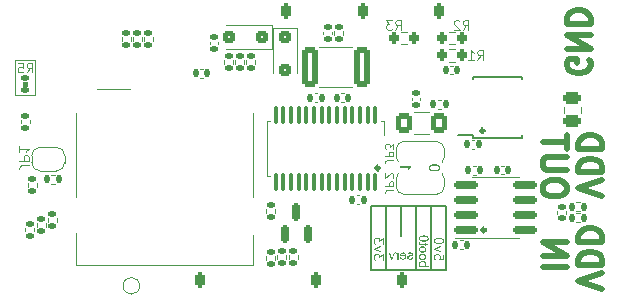
<source format=gbo>
G04 #@! TF.GenerationSoftware,KiCad,Pcbnew,7.0.6*
G04 #@! TF.CreationDate,2024-02-28T18:56:17+03:00*
G04 #@! TF.ProjectId,Penguin Junior,50656e67-7569-46e2-904a-756e696f722e,rev?*
G04 #@! TF.SameCoordinates,Original*
G04 #@! TF.FileFunction,Legend,Bot*
G04 #@! TF.FilePolarity,Positive*
%FSLAX46Y46*%
G04 Gerber Fmt 4.6, Leading zero omitted, Abs format (unit mm)*
G04 Created by KiCad (PCBNEW 7.0.6) date 2024-02-28 18:56:17*
%MOMM*%
%LPD*%
G01*
G04 APERTURE LIST*
G04 Aperture macros list*
%AMRoundRect*
0 Rectangle with rounded corners*
0 $1 Rounding radius*
0 $2 $3 $4 $5 $6 $7 $8 $9 X,Y pos of 4 corners*
0 Add a 4 corners polygon primitive as box body*
4,1,4,$2,$3,$4,$5,$6,$7,$8,$9,$2,$3,0*
0 Add four circle primitives for the rounded corners*
1,1,$1+$1,$2,$3*
1,1,$1+$1,$4,$5*
1,1,$1+$1,$6,$7*
1,1,$1+$1,$8,$9*
0 Add four rect primitives between the rounded corners*
20,1,$1+$1,$2,$3,$4,$5,0*
20,1,$1+$1,$4,$5,$6,$7,0*
20,1,$1+$1,$6,$7,$8,$9,0*
20,1,$1+$1,$8,$9,$2,$3,0*%
%AMFreePoly0*
4,1,19,0.550000,-0.750000,0.000000,-0.750000,0.000000,-0.744911,-0.071157,-0.744911,-0.207708,-0.704816,-0.327430,-0.627875,-0.420627,-0.520320,-0.479746,-0.390866,-0.500000,-0.250000,-0.500000,0.250000,-0.479746,0.390866,-0.420627,0.520320,-0.327430,0.627875,-0.207708,0.704816,-0.071157,0.744911,0.000000,0.744911,0.000000,0.750000,0.550000,0.750000,0.550000,-0.750000,0.550000,-0.750000,
$1*%
%AMFreePoly1*
4,1,19,0.000000,0.744911,0.071157,0.744911,0.207708,0.704816,0.327430,0.627875,0.420627,0.520320,0.479746,0.390866,0.500000,0.250000,0.500000,-0.250000,0.479746,-0.390866,0.420627,-0.520320,0.327430,-0.627875,0.207708,-0.704816,0.071157,-0.744911,0.000000,-0.744911,0.000000,-0.750000,-0.550000,-0.750000,-0.550000,0.750000,0.000000,0.750000,0.000000,0.744911,0.000000,0.744911,
$1*%
%AMFreePoly2*
4,1,19,0.500000,-0.750000,0.000000,-0.750000,0.000000,-0.744911,-0.071157,-0.744911,-0.207708,-0.704816,-0.327430,-0.627875,-0.420627,-0.520320,-0.479746,-0.390866,-0.500000,-0.250000,-0.500000,0.250000,-0.479746,0.390866,-0.420627,0.520320,-0.327430,0.627875,-0.207708,0.704816,-0.071157,0.744911,0.000000,0.744911,0.000000,0.750000,0.500000,0.750000,0.500000,-0.750000,0.500000,-0.750000,
$1*%
%AMFreePoly3*
4,1,19,0.000000,0.744911,0.071157,0.744911,0.207708,0.704816,0.327430,0.627875,0.420627,0.520320,0.479746,0.390866,0.500000,0.250000,0.500000,-0.250000,0.479746,-0.390866,0.420627,-0.520320,0.327430,-0.627875,0.207708,-0.704816,0.071157,-0.744911,0.000000,-0.744911,0.000000,-0.750000,-0.500000,-0.750000,-0.500000,0.750000,0.000000,0.750000,0.000000,0.744911,0.000000,0.744911,
$1*%
G04 Aperture macros list end*
%ADD10C,0.150000*%
%ADD11C,0.120000*%
%ADD12C,0.500000*%
%ADD13C,0.300000*%
%ADD14C,0.100000*%
%ADD15RoundRect,0.200000X0.200000X0.450000X-0.200000X0.450000X-0.200000X-0.450000X0.200000X-0.450000X0*%
%ADD16O,0.800000X1.300000*%
%ADD17C,0.700000*%
%ADD18C,4.400000*%
%ADD19R,1.600000X1.600000*%
%ADD20C,1.600000*%
%ADD21RoundRect,0.200000X-0.200000X-0.450000X0.200000X-0.450000X0.200000X0.450000X-0.200000X0.450000X0*%
%ADD22R,1.700000X1.700000*%
%ADD23O,1.700000X1.700000*%
%ADD24R,1.000000X1.000000*%
%ADD25O,1.000000X1.000000*%
%ADD26O,1.090000X2.000000*%
%ADD27O,1.050000X1.600000*%
%ADD28RoundRect,0.135000X0.135000X0.185000X-0.135000X0.185000X-0.135000X-0.185000X0.135000X-0.185000X0*%
%ADD29RoundRect,0.135000X0.185000X-0.135000X0.185000X0.135000X-0.185000X0.135000X-0.185000X-0.135000X0*%
%ADD30FreePoly0,180.000000*%
%ADD31R,1.000000X1.500000*%
%ADD32FreePoly1,180.000000*%
%ADD33FreePoly2,180.000000*%
%ADD34FreePoly3,180.000000*%
%ADD35R,1.910000X0.610000*%
%ADD36R,1.205000X1.550000*%
%ADD37RoundRect,0.135000X-0.185000X0.135000X-0.185000X-0.135000X0.185000X-0.135000X0.185000X0.135000X0*%
%ADD38RoundRect,0.200000X-0.200000X-0.275000X0.200000X-0.275000X0.200000X0.275000X-0.200000X0.275000X0*%
%ADD39RoundRect,0.200000X0.200000X0.275000X-0.200000X0.275000X-0.200000X-0.275000X0.200000X-0.275000X0*%
%ADD40RoundRect,0.250000X-0.475000X0.250000X-0.475000X-0.250000X0.475000X-0.250000X0.475000X0.250000X0*%
%ADD41RoundRect,0.140000X0.140000X0.170000X-0.140000X0.170000X-0.140000X-0.170000X0.140000X-0.170000X0*%
%ADD42C,1.000000*%
%ADD43R,1.400000X1.200000*%
%ADD44RoundRect,0.140000X-0.170000X0.140000X-0.170000X-0.140000X0.170000X-0.140000X0.170000X0.140000X0*%
%ADD45RoundRect,0.100000X0.100000X-0.637500X0.100000X0.637500X-0.100000X0.637500X-0.100000X-0.637500X0*%
%ADD46R,5.400000X2.850000*%
%ADD47RoundRect,0.250001X0.462499X0.624999X-0.462499X0.624999X-0.462499X-0.624999X0.462499X-0.624999X0*%
%ADD48RoundRect,0.140000X0.170000X-0.140000X0.170000X0.140000X-0.170000X0.140000X-0.170000X-0.140000X0*%
%ADD49R,0.700000X1.300000*%
%ADD50R,1.200000X2.000000*%
%ADD51R,1.200000X1.400000*%
%ADD52RoundRect,0.150000X-0.825000X-0.150000X0.825000X-0.150000X0.825000X0.150000X-0.825000X0.150000X0*%
%ADD53RoundRect,0.140000X-0.140000X-0.170000X0.140000X-0.170000X0.140000X0.170000X-0.140000X0.170000X0*%
%ADD54RoundRect,0.150000X0.150000X-0.587500X0.150000X0.587500X-0.150000X0.587500X-0.150000X-0.587500X0*%
%ADD55RoundRect,0.250000X0.300000X0.300000X-0.300000X0.300000X-0.300000X-0.300000X0.300000X-0.300000X0*%
%ADD56RoundRect,0.250000X-0.300000X0.300000X-0.300000X-0.300000X0.300000X-0.300000X0.300000X0.300000X0*%
%ADD57RoundRect,0.135000X-0.135000X-0.185000X0.135000X-0.185000X0.135000X0.185000X-0.135000X0.185000X0*%
%ADD58RoundRect,0.250000X-0.400000X-1.450000X0.400000X-1.450000X0.400000X1.450000X-0.400000X1.450000X0*%
G04 APERTURE END LIST*
D10*
X144485000Y-101245000D02*
X145755000Y-101245000D01*
X145755000Y-106680000D01*
X144485000Y-106680000D01*
X144485000Y-101245000D01*
X143215000Y-101245000D02*
X144485000Y-101245000D01*
X144485000Y-106680000D01*
X143215000Y-106680000D01*
X143215000Y-101245000D01*
D11*
X109300000Y-88950000D02*
X110940000Y-88950000D01*
X110940000Y-91860000D01*
X109300000Y-91860000D01*
X109300000Y-88950000D01*
D10*
X140675000Y-101245000D02*
X143215000Y-101245000D01*
X143215000Y-106680000D01*
X140675000Y-106680000D01*
X140675000Y-101245000D01*
X139405000Y-101245000D02*
X140675000Y-101245000D01*
X140675000Y-106680000D01*
X139405000Y-106680000D01*
X139405000Y-101245000D01*
X141945000Y-101245000D02*
X141945000Y-103785000D01*
D11*
X140425394Y-105836767D02*
X140425394Y-105341529D01*
X140425394Y-105341529D02*
X140120632Y-105608195D01*
X140120632Y-105608195D02*
X140120632Y-105493910D01*
X140120632Y-105493910D02*
X140082537Y-105417719D01*
X140082537Y-105417719D02*
X140044442Y-105379624D01*
X140044442Y-105379624D02*
X139968251Y-105341529D01*
X139968251Y-105341529D02*
X139777775Y-105341529D01*
X139777775Y-105341529D02*
X139701585Y-105379624D01*
X139701585Y-105379624D02*
X139663490Y-105417719D01*
X139663490Y-105417719D02*
X139625394Y-105493910D01*
X139625394Y-105493910D02*
X139625394Y-105722481D01*
X139625394Y-105722481D02*
X139663490Y-105798672D01*
X139663490Y-105798672D02*
X139701585Y-105836767D01*
X140158728Y-105074862D02*
X139625394Y-104884386D01*
X139625394Y-104884386D02*
X140158728Y-104693909D01*
X140425394Y-104465338D02*
X140425394Y-103970100D01*
X140425394Y-103970100D02*
X140120632Y-104236766D01*
X140120632Y-104236766D02*
X140120632Y-104122481D01*
X140120632Y-104122481D02*
X140082537Y-104046290D01*
X140082537Y-104046290D02*
X140044442Y-104008195D01*
X140044442Y-104008195D02*
X139968251Y-103970100D01*
X139968251Y-103970100D02*
X139777775Y-103970100D01*
X139777775Y-103970100D02*
X139701585Y-104008195D01*
X139701585Y-104008195D02*
X139663490Y-104046290D01*
X139663490Y-104046290D02*
X139625394Y-104122481D01*
X139625394Y-104122481D02*
X139625394Y-104351052D01*
X139625394Y-104351052D02*
X139663490Y-104427243D01*
X139663490Y-104427243D02*
X139701585Y-104465338D01*
X141301906Y-99904386D02*
X140801906Y-99904386D01*
X140801906Y-99904386D02*
X140701906Y-99937719D01*
X140701906Y-99937719D02*
X140635240Y-100004386D01*
X140635240Y-100004386D02*
X140601906Y-100104386D01*
X140601906Y-100104386D02*
X140601906Y-100171053D01*
X140601906Y-99571053D02*
X141301906Y-99571053D01*
X141301906Y-99571053D02*
X141301906Y-99304386D01*
X141301906Y-99304386D02*
X141268573Y-99237720D01*
X141268573Y-99237720D02*
X141235240Y-99204386D01*
X141235240Y-99204386D02*
X141168573Y-99171053D01*
X141168573Y-99171053D02*
X141068573Y-99171053D01*
X141068573Y-99171053D02*
X141001906Y-99204386D01*
X141001906Y-99204386D02*
X140968573Y-99237720D01*
X140968573Y-99237720D02*
X140935240Y-99304386D01*
X140935240Y-99304386D02*
X140935240Y-99571053D01*
X141235240Y-98904386D02*
X141268573Y-98871053D01*
X141268573Y-98871053D02*
X141301906Y-98804386D01*
X141301906Y-98804386D02*
X141301906Y-98637720D01*
X141301906Y-98637720D02*
X141268573Y-98571053D01*
X141268573Y-98571053D02*
X141235240Y-98537720D01*
X141235240Y-98537720D02*
X141168573Y-98504386D01*
X141168573Y-98504386D02*
X141101906Y-98504386D01*
X141101906Y-98504386D02*
X141001906Y-98537720D01*
X141001906Y-98537720D02*
X140601906Y-98937720D01*
X140601906Y-98937720D02*
X140601906Y-98504386D01*
D12*
X158960761Y-108300576D02*
X156960761Y-107633910D01*
X156960761Y-107633910D02*
X158960761Y-106967243D01*
X156960761Y-106300576D02*
X158960761Y-106300576D01*
X158960761Y-106300576D02*
X158960761Y-105824386D01*
X158960761Y-105824386D02*
X158865523Y-105538671D01*
X158865523Y-105538671D02*
X158675047Y-105348195D01*
X158675047Y-105348195D02*
X158484571Y-105252957D01*
X158484571Y-105252957D02*
X158103619Y-105157719D01*
X158103619Y-105157719D02*
X157817904Y-105157719D01*
X157817904Y-105157719D02*
X157436952Y-105252957D01*
X157436952Y-105252957D02*
X157246476Y-105348195D01*
X157246476Y-105348195D02*
X157056000Y-105538671D01*
X157056000Y-105538671D02*
X156960761Y-105824386D01*
X156960761Y-105824386D02*
X156960761Y-106300576D01*
X156960761Y-104300576D02*
X158960761Y-104300576D01*
X158960761Y-104300576D02*
X158960761Y-103824386D01*
X158960761Y-103824386D02*
X158865523Y-103538671D01*
X158865523Y-103538671D02*
X158675047Y-103348195D01*
X158675047Y-103348195D02*
X158484571Y-103252957D01*
X158484571Y-103252957D02*
X158103619Y-103157719D01*
X158103619Y-103157719D02*
X157817904Y-103157719D01*
X157817904Y-103157719D02*
X157436952Y-103252957D01*
X157436952Y-103252957D02*
X157246476Y-103348195D01*
X157246476Y-103348195D02*
X157056000Y-103538671D01*
X157056000Y-103538671D02*
X156960761Y-103824386D01*
X156960761Y-103824386D02*
X156960761Y-104300576D01*
D10*
G36*
X141885000Y-97915191D02*
G01*
X141885000Y-98031475D01*
X142581165Y-98031475D01*
X142575229Y-98040597D01*
X142569676Y-98050321D01*
X142564506Y-98060649D01*
X142559719Y-98071579D01*
X142555315Y-98083111D01*
X142551294Y-98095247D01*
X142547655Y-98107985D01*
X142544400Y-98121326D01*
X142541528Y-98135270D01*
X142539039Y-98149817D01*
X142536932Y-98164966D01*
X142535209Y-98180718D01*
X142533869Y-98197074D01*
X142532911Y-98214031D01*
X142532337Y-98231592D01*
X142532193Y-98240598D01*
X142532145Y-98249755D01*
X142630624Y-98249755D01*
X142630789Y-98236593D01*
X142631284Y-98223786D01*
X142632108Y-98211334D01*
X142633262Y-98199238D01*
X142634746Y-98187498D01*
X142636559Y-98176113D01*
X142638702Y-98165083D01*
X142641175Y-98154409D01*
X142643978Y-98144090D01*
X142647110Y-98134127D01*
X142650573Y-98124520D01*
X142654364Y-98115268D01*
X142658486Y-98106371D01*
X142662937Y-98097830D01*
X142667718Y-98089644D01*
X142672829Y-98081814D01*
X142678270Y-98074339D01*
X142684040Y-98067220D01*
X142690140Y-98060456D01*
X142696570Y-98054048D01*
X142703329Y-98047995D01*
X142710418Y-98042298D01*
X142717837Y-98036956D01*
X142725586Y-98031970D01*
X142733664Y-98027339D01*
X142742072Y-98023064D01*
X142750810Y-98019144D01*
X142759877Y-98015580D01*
X142769275Y-98012371D01*
X142779002Y-98009518D01*
X142789058Y-98007020D01*
X142799445Y-98004877D01*
X142799445Y-97915191D01*
X141885000Y-97915191D01*
G37*
G36*
X144799513Y-97742922D02*
G01*
X144827247Y-97743788D01*
X144854072Y-97745230D01*
X144879988Y-97747250D01*
X144904995Y-97749847D01*
X144929092Y-97753020D01*
X144952280Y-97756771D01*
X144974558Y-97761099D01*
X144995928Y-97766003D01*
X145016387Y-97771485D01*
X145035938Y-97777544D01*
X145054579Y-97784180D01*
X145072311Y-97791392D01*
X145089134Y-97799182D01*
X145105047Y-97807549D01*
X145120051Y-97816493D01*
X145134145Y-97826014D01*
X145147331Y-97836112D01*
X145159607Y-97846787D01*
X145170973Y-97858039D01*
X145181430Y-97869868D01*
X145190978Y-97882274D01*
X145199617Y-97895257D01*
X145207346Y-97908817D01*
X145214166Y-97922954D01*
X145220077Y-97937668D01*
X145225078Y-97952959D01*
X145229170Y-97968827D01*
X145232353Y-97985272D01*
X145234626Y-98002295D01*
X145235990Y-98019894D01*
X145236445Y-98038070D01*
X145235990Y-98056219D01*
X145234626Y-98073792D01*
X145232353Y-98090789D01*
X145229170Y-98107210D01*
X145225078Y-98123054D01*
X145220077Y-98138323D01*
X145214166Y-98153015D01*
X145207346Y-98167131D01*
X145199617Y-98180671D01*
X145190978Y-98193635D01*
X145181430Y-98206022D01*
X145170973Y-98217833D01*
X145159607Y-98229069D01*
X145147331Y-98239728D01*
X145134145Y-98249811D01*
X145120051Y-98259317D01*
X145105047Y-98268248D01*
X145089134Y-98276602D01*
X145072311Y-98284381D01*
X145054579Y-98291583D01*
X145035938Y-98298209D01*
X145016387Y-98304258D01*
X144995928Y-98309732D01*
X144974558Y-98314629D01*
X144952280Y-98318950D01*
X144929092Y-98322696D01*
X144904995Y-98325864D01*
X144879988Y-98328457D01*
X144854072Y-98330474D01*
X144827247Y-98331914D01*
X144799513Y-98332778D01*
X144770869Y-98333066D01*
X144742387Y-98332778D01*
X144714810Y-98331914D01*
X144688137Y-98330474D01*
X144662368Y-98328457D01*
X144637503Y-98325864D01*
X144613542Y-98322696D01*
X144590486Y-98318950D01*
X144568334Y-98314629D01*
X144547086Y-98309732D01*
X144526742Y-98304258D01*
X144507302Y-98298209D01*
X144488766Y-98291583D01*
X144471135Y-98284381D01*
X144454408Y-98276602D01*
X144438584Y-98268248D01*
X144423666Y-98259317D01*
X144409651Y-98249811D01*
X144396540Y-98239728D01*
X144384334Y-98229069D01*
X144373032Y-98217833D01*
X144362634Y-98206022D01*
X144353140Y-98193635D01*
X144344550Y-98180671D01*
X144336865Y-98167131D01*
X144330083Y-98153015D01*
X144324206Y-98138323D01*
X144319233Y-98123054D01*
X144315165Y-98107210D01*
X144312000Y-98090789D01*
X144309739Y-98073792D01*
X144308383Y-98056219D01*
X144307936Y-98038290D01*
X144406410Y-98038290D01*
X144406723Y-98048792D01*
X144407663Y-98058977D01*
X144409231Y-98068844D01*
X144411424Y-98078393D01*
X144414245Y-98087624D01*
X144417693Y-98096538D01*
X144421767Y-98105134D01*
X144426468Y-98113413D01*
X144431796Y-98121373D01*
X144437751Y-98129016D01*
X144444333Y-98136342D01*
X144451541Y-98143349D01*
X144459377Y-98150039D01*
X144467839Y-98156411D01*
X144476928Y-98162466D01*
X144486644Y-98168203D01*
X144491793Y-98170934D01*
X144502814Y-98176138D01*
X144514801Y-98180995D01*
X144527754Y-98185504D01*
X144541671Y-98189667D01*
X144556553Y-98193483D01*
X144572401Y-98196952D01*
X144589213Y-98200074D01*
X144597982Y-98201505D01*
X144606991Y-98202849D01*
X144616242Y-98204107D01*
X144625734Y-98205278D01*
X144635468Y-98206362D01*
X144645442Y-98207359D01*
X144655658Y-98208270D01*
X144666116Y-98209094D01*
X144676814Y-98209831D01*
X144687754Y-98210481D01*
X144698935Y-98211045D01*
X144710358Y-98211522D01*
X144722021Y-98211912D01*
X144733926Y-98212216D01*
X144746072Y-98212432D01*
X144758460Y-98212563D01*
X144771089Y-98212606D01*
X144783745Y-98212563D01*
X144796161Y-98212432D01*
X144808336Y-98212216D01*
X144820270Y-98211912D01*
X144831963Y-98211522D01*
X144843415Y-98211045D01*
X144854627Y-98210481D01*
X144865597Y-98209831D01*
X144876327Y-98209094D01*
X144886816Y-98208270D01*
X144897064Y-98207359D01*
X144907071Y-98206362D01*
X144916837Y-98205278D01*
X144926362Y-98204107D01*
X144935647Y-98202849D01*
X144944691Y-98201505D01*
X144962055Y-98198556D01*
X144978457Y-98195261D01*
X144993895Y-98191618D01*
X145008369Y-98187629D01*
X145021880Y-98183293D01*
X145034428Y-98178610D01*
X145046012Y-98173580D01*
X145056633Y-98168203D01*
X145066482Y-98162466D01*
X145075696Y-98156411D01*
X145084274Y-98150039D01*
X145092216Y-98143349D01*
X145099524Y-98136342D01*
X145106195Y-98129016D01*
X145112232Y-98121373D01*
X145117633Y-98113413D01*
X145122398Y-98105134D01*
X145126529Y-98096538D01*
X145130023Y-98087624D01*
X145132883Y-98078393D01*
X145135107Y-98068844D01*
X145136695Y-98058977D01*
X145137648Y-98048792D01*
X145137966Y-98038290D01*
X145137648Y-98027708D01*
X145136695Y-98017452D01*
X145135107Y-98007519D01*
X145132883Y-97997912D01*
X145130023Y-97988629D01*
X145126529Y-97979670D01*
X145122398Y-97971036D01*
X145117633Y-97962727D01*
X145112232Y-97954742D01*
X145106195Y-97947082D01*
X145099524Y-97939747D01*
X145092216Y-97932736D01*
X145084274Y-97926049D01*
X145075696Y-97919687D01*
X145066482Y-97913650D01*
X145056633Y-97907937D01*
X145051443Y-97905192D01*
X145040341Y-97899963D01*
X145028275Y-97895082D01*
X145015245Y-97890550D01*
X145001252Y-97886367D01*
X144986296Y-97882532D01*
X144970376Y-97879046D01*
X144953493Y-97875908D01*
X144944691Y-97874470D01*
X144935647Y-97873119D01*
X144926362Y-97871855D01*
X144916837Y-97870679D01*
X144907071Y-97869589D01*
X144897064Y-97868587D01*
X144886816Y-97867672D01*
X144876327Y-97866844D01*
X144865597Y-97866103D01*
X144854627Y-97865450D01*
X144843415Y-97864883D01*
X144831963Y-97864404D01*
X144820270Y-97864011D01*
X144808336Y-97863706D01*
X144796161Y-97863489D01*
X144783745Y-97863358D01*
X144771089Y-97863314D01*
X144758460Y-97863358D01*
X144746072Y-97863489D01*
X144733926Y-97863706D01*
X144722021Y-97864011D01*
X144710358Y-97864404D01*
X144698935Y-97864883D01*
X144687754Y-97865450D01*
X144676814Y-97866103D01*
X144666116Y-97866844D01*
X144655658Y-97867672D01*
X144645442Y-97868587D01*
X144635468Y-97869589D01*
X144625734Y-97870679D01*
X144616242Y-97871855D01*
X144606991Y-97873119D01*
X144597982Y-97874470D01*
X144580686Y-97877433D01*
X144564356Y-97880745D01*
X144548991Y-97884406D01*
X144534592Y-97888415D01*
X144521157Y-97892772D01*
X144508687Y-97897479D01*
X144497183Y-97902534D01*
X144486644Y-97907937D01*
X144476928Y-97913650D01*
X144467839Y-97919687D01*
X144459377Y-97926049D01*
X144451541Y-97932736D01*
X144444333Y-97939747D01*
X144437751Y-97947082D01*
X144431796Y-97954742D01*
X144426468Y-97962727D01*
X144421767Y-97971036D01*
X144417693Y-97979670D01*
X144414245Y-97988629D01*
X144411424Y-97997912D01*
X144409231Y-98007519D01*
X144407663Y-98017452D01*
X144406723Y-98027708D01*
X144406410Y-98038290D01*
X144307936Y-98038290D01*
X144307931Y-98038070D01*
X144308383Y-98019894D01*
X144309739Y-98002295D01*
X144312000Y-97985272D01*
X144315165Y-97968827D01*
X144319233Y-97952959D01*
X144324206Y-97937668D01*
X144330083Y-97922954D01*
X144336865Y-97908817D01*
X144344550Y-97895257D01*
X144353140Y-97882274D01*
X144362634Y-97869868D01*
X144373032Y-97858039D01*
X144384334Y-97846787D01*
X144396540Y-97836112D01*
X144409651Y-97826014D01*
X144423666Y-97816493D01*
X144438584Y-97807549D01*
X144454408Y-97799182D01*
X144471135Y-97791392D01*
X144488766Y-97784180D01*
X144507302Y-97777544D01*
X144526742Y-97771485D01*
X144547086Y-97766003D01*
X144568334Y-97761099D01*
X144590486Y-97756771D01*
X144613542Y-97753020D01*
X144637503Y-97749847D01*
X144662368Y-97747250D01*
X144688137Y-97745230D01*
X144714810Y-97743788D01*
X144742387Y-97742922D01*
X144770869Y-97742634D01*
X144799513Y-97742922D01*
G37*
D12*
X155960761Y-99963910D02*
X155960761Y-99582957D01*
X155960761Y-99582957D02*
X155865523Y-99392481D01*
X155865523Y-99392481D02*
X155675047Y-99202005D01*
X155675047Y-99202005D02*
X155294095Y-99106767D01*
X155294095Y-99106767D02*
X154627428Y-99106767D01*
X154627428Y-99106767D02*
X154246476Y-99202005D01*
X154246476Y-99202005D02*
X154056000Y-99392481D01*
X154056000Y-99392481D02*
X153960761Y-99582957D01*
X153960761Y-99582957D02*
X153960761Y-99963910D01*
X153960761Y-99963910D02*
X154056000Y-100154386D01*
X154056000Y-100154386D02*
X154246476Y-100344862D01*
X154246476Y-100344862D02*
X154627428Y-100440100D01*
X154627428Y-100440100D02*
X155294095Y-100440100D01*
X155294095Y-100440100D02*
X155675047Y-100344862D01*
X155675047Y-100344862D02*
X155865523Y-100154386D01*
X155865523Y-100154386D02*
X155960761Y-99963910D01*
X155960761Y-98249624D02*
X154341714Y-98249624D01*
X154341714Y-98249624D02*
X154151238Y-98154386D01*
X154151238Y-98154386D02*
X154056000Y-98059148D01*
X154056000Y-98059148D02*
X153960761Y-97868672D01*
X153960761Y-97868672D02*
X153960761Y-97487719D01*
X153960761Y-97487719D02*
X154056000Y-97297243D01*
X154056000Y-97297243D02*
X154151238Y-97202005D01*
X154151238Y-97202005D02*
X154341714Y-97106767D01*
X154341714Y-97106767D02*
X155960761Y-97106767D01*
X155960761Y-96440100D02*
X155960761Y-95297243D01*
X153960761Y-95868672D02*
X155960761Y-95868672D01*
D11*
G36*
X142705310Y-105816505D02*
G01*
X142720035Y-105816322D01*
X142734314Y-105815772D01*
X142748147Y-105814856D01*
X142761535Y-105813574D01*
X142774477Y-105811925D01*
X142786973Y-105809910D01*
X142799023Y-105807529D01*
X142810628Y-105804781D01*
X142821786Y-105801667D01*
X142832500Y-105798187D01*
X142842767Y-105794340D01*
X142852588Y-105790127D01*
X142861964Y-105785547D01*
X142870894Y-105780601D01*
X142879379Y-105775289D01*
X142887418Y-105769610D01*
X142895010Y-105763565D01*
X142902158Y-105757154D01*
X142908859Y-105750376D01*
X142915115Y-105743232D01*
X142920925Y-105735721D01*
X142926289Y-105727845D01*
X142931207Y-105719601D01*
X142935680Y-105710992D01*
X142939707Y-105702016D01*
X142943288Y-105692674D01*
X142946424Y-105682965D01*
X142949113Y-105672890D01*
X142951357Y-105662449D01*
X142953155Y-105651641D01*
X142954508Y-105640467D01*
X142955415Y-105628926D01*
X142851465Y-105628926D01*
X142850761Y-105641041D01*
X142848943Y-105652374D01*
X142846011Y-105662925D01*
X142841964Y-105672695D01*
X142836803Y-105681683D01*
X142830527Y-105689889D01*
X142823137Y-105697314D01*
X142814633Y-105703958D01*
X142805015Y-105709819D01*
X142794282Y-105714900D01*
X142782434Y-105719198D01*
X142769473Y-105722715D01*
X142755397Y-105725451D01*
X142740206Y-105727405D01*
X142732193Y-105728089D01*
X142723901Y-105728577D01*
X142715331Y-105728870D01*
X142706482Y-105728968D01*
X142698566Y-105728870D01*
X142687138Y-105728357D01*
X142676245Y-105727405D01*
X142665888Y-105726013D01*
X142656068Y-105724181D01*
X142646783Y-105721909D01*
X142638033Y-105719198D01*
X142629820Y-105716048D01*
X142622142Y-105712457D01*
X142615000Y-105708427D01*
X142608394Y-105703958D01*
X142600472Y-105697461D01*
X142593606Y-105690573D01*
X142587796Y-105683295D01*
X142583042Y-105675625D01*
X142579345Y-105667565D01*
X142576704Y-105659115D01*
X142575119Y-105650273D01*
X142574591Y-105641041D01*
X142575107Y-105631491D01*
X142576655Y-105622674D01*
X142579235Y-105614589D01*
X142582847Y-105607237D01*
X142587490Y-105600618D01*
X142593166Y-105594732D01*
X142599873Y-105589579D01*
X142607613Y-105585158D01*
X142616919Y-105580905D01*
X142625340Y-105577519D01*
X142634999Y-105573965D01*
X142645893Y-105570242D01*
X142653843Y-105567667D01*
X142662343Y-105565017D01*
X142671392Y-105562292D01*
X142680991Y-105559492D01*
X142691139Y-105556618D01*
X142701837Y-105553669D01*
X142713085Y-105550645D01*
X142724882Y-105547546D01*
X142737228Y-105544372D01*
X142743607Y-105542757D01*
X142756262Y-105539486D01*
X142768483Y-105536169D01*
X142780271Y-105532806D01*
X142791625Y-105529397D01*
X142802546Y-105525943D01*
X142813033Y-105522442D01*
X142823087Y-105518896D01*
X142832707Y-105515304D01*
X142841894Y-105511667D01*
X142850647Y-105507983D01*
X142858966Y-105504254D01*
X142866852Y-105500479D01*
X142874305Y-105496658D01*
X142881324Y-105492791D01*
X142891039Y-105486905D01*
X142894061Y-105484921D01*
X142902546Y-105478485D01*
X142910197Y-105471193D01*
X142917013Y-105463047D01*
X142922995Y-105454045D01*
X142928141Y-105444188D01*
X142932454Y-105433476D01*
X142934865Y-105425860D01*
X142936905Y-105417863D01*
X142938574Y-105409486D01*
X142939872Y-105400729D01*
X142940800Y-105391592D01*
X142941356Y-105382075D01*
X142941542Y-105372178D01*
X142941311Y-105363166D01*
X142940620Y-105354351D01*
X142939467Y-105345734D01*
X142937854Y-105337312D01*
X142935779Y-105329088D01*
X142933244Y-105321061D01*
X142930247Y-105313231D01*
X142926789Y-105305598D01*
X142922871Y-105298161D01*
X142918491Y-105290922D01*
X142913651Y-105283879D01*
X142908349Y-105277033D01*
X142902587Y-105270385D01*
X142896363Y-105263933D01*
X142889678Y-105257678D01*
X142882533Y-105251620D01*
X142874977Y-105245823D01*
X142867112Y-105240400D01*
X142858936Y-105235351D01*
X142850451Y-105230676D01*
X142841656Y-105226375D01*
X142832551Y-105222448D01*
X142823137Y-105218895D01*
X142813412Y-105215716D01*
X142803377Y-105212911D01*
X142793033Y-105210480D01*
X142782379Y-105208423D01*
X142771414Y-105206740D01*
X142760140Y-105205431D01*
X142748556Y-105204496D01*
X142736662Y-105203935D01*
X142724459Y-105203748D01*
X142710353Y-105203907D01*
X142696685Y-105204383D01*
X142683456Y-105205177D01*
X142670664Y-105206288D01*
X142658311Y-105207717D01*
X142646396Y-105209464D01*
X142634918Y-105211527D01*
X142623879Y-105213909D01*
X142613279Y-105216608D01*
X142603116Y-105219624D01*
X142593391Y-105222958D01*
X142584105Y-105226609D01*
X142575256Y-105230578D01*
X142566846Y-105234865D01*
X142558873Y-105239469D01*
X142551339Y-105244390D01*
X142544243Y-105249629D01*
X142537585Y-105255186D01*
X142531366Y-105261060D01*
X142525584Y-105267251D01*
X142520240Y-105273760D01*
X142515335Y-105280587D01*
X142510868Y-105287731D01*
X142506838Y-105295193D01*
X142503247Y-105302972D01*
X142500094Y-105311069D01*
X142497379Y-105319483D01*
X142495102Y-105328214D01*
X142493264Y-105337264D01*
X142491863Y-105346630D01*
X142490901Y-105356315D01*
X142490376Y-105366316D01*
X142593740Y-105366316D01*
X142594864Y-105357230D01*
X142596869Y-105348731D01*
X142599755Y-105340817D01*
X142603522Y-105333490D01*
X142608169Y-105326749D01*
X142613698Y-105320594D01*
X142620107Y-105315025D01*
X142627397Y-105310043D01*
X142635567Y-105305646D01*
X142644619Y-105301836D01*
X142654551Y-105298612D01*
X142665364Y-105295974D01*
X142677058Y-105293923D01*
X142689633Y-105292457D01*
X142703088Y-105291578D01*
X142717424Y-105291285D01*
X142727050Y-105291446D01*
X142736363Y-105291931D01*
X142745364Y-105292738D01*
X142754052Y-105293868D01*
X142762427Y-105295321D01*
X142770490Y-105297096D01*
X142778240Y-105299195D01*
X142785678Y-105301616D01*
X142795109Y-105305347D01*
X142803984Y-105309652D01*
X142812044Y-105314457D01*
X142819030Y-105319788D01*
X142824940Y-105325644D01*
X142829776Y-105332025D01*
X142833538Y-105338931D01*
X142836224Y-105346362D01*
X142837836Y-105354318D01*
X142838374Y-105362799D01*
X142837961Y-105371052D01*
X142836287Y-105380534D01*
X142833325Y-105389091D01*
X142829074Y-105396723D01*
X142823536Y-105403429D01*
X142816709Y-105409210D01*
X142811995Y-105412234D01*
X142804161Y-105416206D01*
X142796659Y-105419397D01*
X142787762Y-105422771D01*
X142777470Y-105426326D01*
X142769835Y-105428798D01*
X142761579Y-105431350D01*
X142752704Y-105433983D01*
X142743209Y-105436697D01*
X142733095Y-105439492D01*
X142722360Y-105442368D01*
X142711006Y-105445325D01*
X142699032Y-105448363D01*
X142686438Y-105451482D01*
X142679909Y-105453071D01*
X142666884Y-105456305D01*
X142654285Y-105459608D01*
X142642111Y-105462979D01*
X142630364Y-105466419D01*
X142619043Y-105469928D01*
X142608147Y-105473505D01*
X142597678Y-105477151D01*
X142587634Y-105480866D01*
X142578016Y-105484650D01*
X142568824Y-105488502D01*
X142560058Y-105492423D01*
X142551718Y-105496412D01*
X142543804Y-105500471D01*
X142536315Y-105504597D01*
X142529253Y-105508793D01*
X142522616Y-105513057D01*
X142513433Y-105519905D01*
X142505152Y-105527625D01*
X142497775Y-105536217D01*
X142491301Y-105545682D01*
X142485731Y-105556019D01*
X142482519Y-105563395D01*
X142479709Y-105571159D01*
X142477300Y-105579311D01*
X142475293Y-105587850D01*
X142473687Y-105596777D01*
X142472482Y-105606092D01*
X142471679Y-105615795D01*
X142471278Y-105625885D01*
X142471228Y-105631076D01*
X142471476Y-105640983D01*
X142472220Y-105650676D01*
X142473460Y-105660156D01*
X142475197Y-105669422D01*
X142477429Y-105678474D01*
X142480158Y-105687312D01*
X142483383Y-105695937D01*
X142487103Y-105704348D01*
X142491320Y-105712546D01*
X142496034Y-105720530D01*
X142501243Y-105728299D01*
X142506948Y-105735856D01*
X142513150Y-105743198D01*
X142519847Y-105750327D01*
X142527041Y-105757242D01*
X142534731Y-105763944D01*
X142542839Y-105770308D01*
X142551287Y-105776263D01*
X142560076Y-105781806D01*
X142569206Y-105786939D01*
X142578675Y-105791661D01*
X142588486Y-105795973D01*
X142598636Y-105799874D01*
X142609127Y-105803364D01*
X142619959Y-105806444D01*
X142631130Y-105809113D01*
X142642643Y-105811372D01*
X142654495Y-105813220D01*
X142666688Y-105814657D01*
X142679222Y-105815683D01*
X142692096Y-105816299D01*
X142705310Y-105816505D01*
G37*
G36*
X142132648Y-105204067D02*
G01*
X142147368Y-105205021D01*
X142161725Y-105206613D01*
X142175718Y-105208841D01*
X142189349Y-105211705D01*
X142202616Y-105215206D01*
X142215519Y-105219344D01*
X142228060Y-105224118D01*
X142240237Y-105229529D01*
X142252050Y-105235576D01*
X142263501Y-105242260D01*
X142274588Y-105249580D01*
X142285312Y-105257537D01*
X142295672Y-105266131D01*
X142305669Y-105275361D01*
X142315303Y-105285228D01*
X142319943Y-105290369D01*
X142328782Y-105301016D01*
X142337031Y-105312151D01*
X142344691Y-105323772D01*
X142351762Y-105335880D01*
X142358244Y-105348476D01*
X142364136Y-105361558D01*
X142369439Y-105375127D01*
X142374153Y-105389183D01*
X142378278Y-105403726D01*
X142381813Y-105418757D01*
X142383360Y-105426454D01*
X142384759Y-105434274D01*
X142386011Y-105442215D01*
X142387116Y-105450278D01*
X142388074Y-105458462D01*
X142388884Y-105466769D01*
X142389547Y-105475197D01*
X142390062Y-105483747D01*
X142390431Y-105492418D01*
X142390652Y-105501211D01*
X142390725Y-105510127D01*
X142390649Y-105519101D01*
X142390421Y-105527952D01*
X142390040Y-105536678D01*
X142389507Y-105545279D01*
X142388822Y-105553756D01*
X142387984Y-105562109D01*
X142386995Y-105570337D01*
X142385853Y-105578441D01*
X142384558Y-105586421D01*
X142383112Y-105594276D01*
X142379762Y-105609613D01*
X142375803Y-105624452D01*
X142371235Y-105638794D01*
X142366057Y-105652638D01*
X142360271Y-105665984D01*
X142353876Y-105678833D01*
X142346871Y-105691184D01*
X142339258Y-105703037D01*
X142331035Y-105714393D01*
X142322204Y-105725251D01*
X142312763Y-105735612D01*
X142302796Y-105745407D01*
X142292436Y-105754571D01*
X142281682Y-105763103D01*
X142270533Y-105771002D01*
X142258991Y-105778270D01*
X142247056Y-105784906D01*
X142234726Y-105790910D01*
X142222002Y-105796281D01*
X142208885Y-105801021D01*
X142195374Y-105805129D01*
X142181469Y-105808605D01*
X142167170Y-105811449D01*
X142152477Y-105813661D01*
X142137390Y-105815241D01*
X142121910Y-105816189D01*
X142114022Y-105816426D01*
X142106036Y-105816505D01*
X142093650Y-105816314D01*
X142081505Y-105815741D01*
X142069599Y-105814787D01*
X142057932Y-105813452D01*
X142046505Y-105811734D01*
X142035318Y-105809635D01*
X142024371Y-105807155D01*
X142013663Y-105804293D01*
X142003195Y-105801049D01*
X141992967Y-105797423D01*
X141982978Y-105793416D01*
X141973229Y-105789027D01*
X141963719Y-105784257D01*
X141954450Y-105779105D01*
X141945419Y-105773571D01*
X141936629Y-105767656D01*
X141928158Y-105761390D01*
X141920136Y-105754803D01*
X141912563Y-105747895D01*
X141905439Y-105740667D01*
X141898764Y-105733119D01*
X141892537Y-105725250D01*
X141886759Y-105717060D01*
X141881430Y-105708549D01*
X141876550Y-105699718D01*
X141872118Y-105690567D01*
X141868136Y-105681095D01*
X141864602Y-105671302D01*
X141861517Y-105661189D01*
X141858880Y-105650755D01*
X141856693Y-105640001D01*
X141854954Y-105628926D01*
X141962226Y-105628926D01*
X141962657Y-105634825D01*
X141963913Y-105643357D01*
X141965901Y-105651506D01*
X141968621Y-105659275D01*
X141972072Y-105666663D01*
X141976255Y-105673669D01*
X141981170Y-105680294D01*
X141986816Y-105686537D01*
X141993193Y-105692400D01*
X142000302Y-105697881D01*
X142008143Y-105702981D01*
X142013633Y-105706128D01*
X142022027Y-105710467D01*
X142030614Y-105714350D01*
X142039393Y-105717776D01*
X142048364Y-105720746D01*
X142057528Y-105723258D01*
X142066884Y-105725314D01*
X142076432Y-105726912D01*
X142086173Y-105728054D01*
X142096106Y-105728740D01*
X142106231Y-105728968D01*
X142115131Y-105728788D01*
X142123853Y-105728248D01*
X142132399Y-105727347D01*
X142140767Y-105726086D01*
X142148958Y-105724465D01*
X142156973Y-105722483D01*
X142164810Y-105720142D01*
X142172470Y-105717440D01*
X142179953Y-105714378D01*
X142187259Y-105710955D01*
X142194388Y-105707172D01*
X142201339Y-105703030D01*
X142208114Y-105698526D01*
X142214712Y-105693663D01*
X142221132Y-105688439D01*
X142227376Y-105682855D01*
X142233341Y-105676899D01*
X142238974Y-105670557D01*
X142244276Y-105663832D01*
X142249248Y-105656721D01*
X142253887Y-105649226D01*
X142258196Y-105641346D01*
X142262173Y-105633081D01*
X142265819Y-105624432D01*
X142269134Y-105615398D01*
X142272118Y-105605980D01*
X142274770Y-105596176D01*
X142277091Y-105585988D01*
X142279081Y-105575416D01*
X142280740Y-105564458D01*
X142282067Y-105553116D01*
X142283063Y-105541390D01*
X141844012Y-105541390D01*
X141844012Y-105515988D01*
X141844085Y-105506736D01*
X141844303Y-105497617D01*
X141844666Y-105488629D01*
X141845175Y-105479773D01*
X141845830Y-105471050D01*
X141846629Y-105462458D01*
X141847574Y-105453998D01*
X141847593Y-105453853D01*
X141953433Y-105453853D01*
X142280914Y-105453853D01*
X142280125Y-105448765D01*
X142278359Y-105438833D01*
X142276341Y-105429228D01*
X142274071Y-105419950D01*
X142271549Y-105410999D01*
X142268775Y-105402374D01*
X142265750Y-105394076D01*
X142262472Y-105386104D01*
X142258943Y-105378459D01*
X142255162Y-105371141D01*
X142251129Y-105364150D01*
X142246844Y-105357485D01*
X142239944Y-105348100D01*
X142232478Y-105339451D01*
X142224445Y-105331536D01*
X142218807Y-105326662D01*
X142210094Y-105319940D01*
X142201071Y-105313926D01*
X142191739Y-105308620D01*
X142182098Y-105304021D01*
X142172147Y-105300129D01*
X142161888Y-105296945D01*
X142151320Y-105294469D01*
X142140442Y-105292700D01*
X142129255Y-105291639D01*
X142117759Y-105291285D01*
X142109874Y-105291444D01*
X142098335Y-105292277D01*
X142087144Y-105293825D01*
X142076299Y-105296087D01*
X142065801Y-105299064D01*
X142055649Y-105302755D01*
X142045845Y-105307161D01*
X142036388Y-105312281D01*
X142027277Y-105318115D01*
X142018514Y-105324664D01*
X142010097Y-105331927D01*
X142004724Y-105337143D01*
X141997122Y-105345568D01*
X141990069Y-105354715D01*
X141985673Y-105361213D01*
X141981521Y-105368032D01*
X141977613Y-105375172D01*
X141973949Y-105382632D01*
X141970530Y-105390412D01*
X141967355Y-105398514D01*
X141964424Y-105406935D01*
X141961737Y-105415678D01*
X141959295Y-105424741D01*
X141957096Y-105434124D01*
X141955143Y-105443828D01*
X141953433Y-105453853D01*
X141847593Y-105453853D01*
X141848665Y-105445671D01*
X141849901Y-105437475D01*
X141851282Y-105429412D01*
X141852809Y-105421480D01*
X141854481Y-105413681D01*
X141858261Y-105398479D01*
X141862623Y-105383804D01*
X141867567Y-105369658D01*
X141873092Y-105356040D01*
X141879199Y-105342950D01*
X141885887Y-105330388D01*
X141893158Y-105318355D01*
X141901009Y-105306849D01*
X141909442Y-105295872D01*
X141918457Y-105285423D01*
X141927959Y-105275533D01*
X141937853Y-105266281D01*
X141948140Y-105257666D01*
X141958818Y-105249690D01*
X141969889Y-105242352D01*
X141981353Y-105235653D01*
X141993209Y-105229591D01*
X142005457Y-105224167D01*
X142018097Y-105219381D01*
X142031130Y-105215234D01*
X142044555Y-105211724D01*
X142058372Y-105208853D01*
X142072581Y-105206620D01*
X142087183Y-105205024D01*
X142102178Y-105204067D01*
X142117564Y-105203748D01*
X142132648Y-105204067D01*
G37*
G36*
X141428213Y-105297928D02*
G01*
X141437100Y-105295671D01*
X141445544Y-105294146D01*
X141454933Y-105292946D01*
X141463125Y-105292219D01*
X141471920Y-105291700D01*
X141481321Y-105291389D01*
X141491325Y-105291285D01*
X141501129Y-105291621D01*
X141510758Y-105292628D01*
X141520211Y-105294307D01*
X141529488Y-105296658D01*
X141538590Y-105299681D01*
X141547517Y-105303375D01*
X141556267Y-105307741D01*
X141564842Y-105312778D01*
X141573242Y-105318487D01*
X141581466Y-105324868D01*
X141589515Y-105331921D01*
X141597388Y-105339645D01*
X141605085Y-105348041D01*
X141612607Y-105357108D01*
X141619954Y-105366848D01*
X141627124Y-105377258D01*
X141627124Y-105804000D01*
X141731074Y-105804000D01*
X141731074Y-105216254D01*
X141627124Y-105216254D01*
X141627124Y-105297538D01*
X141618861Y-105286180D01*
X141610437Y-105275556D01*
X141601850Y-105265664D01*
X141593101Y-105256505D01*
X141584191Y-105248078D01*
X141575119Y-105240385D01*
X141565885Y-105233424D01*
X141556489Y-105227196D01*
X141546932Y-105221700D01*
X141537213Y-105216937D01*
X141527331Y-105212907D01*
X141517288Y-105209610D01*
X141507084Y-105207046D01*
X141496717Y-105205214D01*
X141486189Y-105204115D01*
X141475498Y-105203748D01*
X141467109Y-105203879D01*
X141458499Y-105204270D01*
X141449670Y-105204923D01*
X141440621Y-105205837D01*
X141431352Y-105207011D01*
X141428213Y-105207461D01*
X141428213Y-105297928D01*
G37*
G36*
X140886775Y-105216254D02*
G01*
X141107180Y-105804000D01*
X141199406Y-105804000D01*
X141419811Y-105216254D01*
X141307655Y-105216254D01*
X141153293Y-105676016D01*
X140998932Y-105216254D01*
X140886775Y-105216254D01*
G37*
D12*
X158960761Y-100430576D02*
X156960761Y-99763910D01*
X156960761Y-99763910D02*
X158960761Y-99097243D01*
X156960761Y-98430576D02*
X158960761Y-98430576D01*
X158960761Y-98430576D02*
X158960761Y-97954386D01*
X158960761Y-97954386D02*
X158865523Y-97668671D01*
X158865523Y-97668671D02*
X158675047Y-97478195D01*
X158675047Y-97478195D02*
X158484571Y-97382957D01*
X158484571Y-97382957D02*
X158103619Y-97287719D01*
X158103619Y-97287719D02*
X157817904Y-97287719D01*
X157817904Y-97287719D02*
X157436952Y-97382957D01*
X157436952Y-97382957D02*
X157246476Y-97478195D01*
X157246476Y-97478195D02*
X157056000Y-97668671D01*
X157056000Y-97668671D02*
X156960761Y-97954386D01*
X156960761Y-97954386D02*
X156960761Y-98430576D01*
X156960761Y-96430576D02*
X158960761Y-96430576D01*
X158960761Y-96430576D02*
X158960761Y-95954386D01*
X158960761Y-95954386D02*
X158865523Y-95668671D01*
X158865523Y-95668671D02*
X158675047Y-95478195D01*
X158675047Y-95478195D02*
X158484571Y-95382957D01*
X158484571Y-95382957D02*
X158103619Y-95287719D01*
X158103619Y-95287719D02*
X157817904Y-95287719D01*
X157817904Y-95287719D02*
X157436952Y-95382957D01*
X157436952Y-95382957D02*
X157246476Y-95478195D01*
X157246476Y-95478195D02*
X157056000Y-95668671D01*
X157056000Y-95668671D02*
X156960761Y-95954386D01*
X156960761Y-95954386D02*
X156960761Y-96430576D01*
D11*
X145514144Y-105379624D02*
X145514144Y-105760576D01*
X145514144Y-105760576D02*
X145133192Y-105798672D01*
X145133192Y-105798672D02*
X145171287Y-105760576D01*
X145171287Y-105760576D02*
X145209382Y-105684386D01*
X145209382Y-105684386D02*
X145209382Y-105493910D01*
X145209382Y-105493910D02*
X145171287Y-105417719D01*
X145171287Y-105417719D02*
X145133192Y-105379624D01*
X145133192Y-105379624D02*
X145057001Y-105341529D01*
X145057001Y-105341529D02*
X144866525Y-105341529D01*
X144866525Y-105341529D02*
X144790335Y-105379624D01*
X144790335Y-105379624D02*
X144752240Y-105417719D01*
X144752240Y-105417719D02*
X144714144Y-105493910D01*
X144714144Y-105493910D02*
X144714144Y-105684386D01*
X144714144Y-105684386D02*
X144752240Y-105760576D01*
X144752240Y-105760576D02*
X144790335Y-105798672D01*
X145247478Y-105074862D02*
X144714144Y-104884386D01*
X144714144Y-104884386D02*
X145247478Y-104693909D01*
X145514144Y-104236766D02*
X145514144Y-104160576D01*
X145514144Y-104160576D02*
X145476049Y-104084385D01*
X145476049Y-104084385D02*
X145437954Y-104046290D01*
X145437954Y-104046290D02*
X145361763Y-104008195D01*
X145361763Y-104008195D02*
X145209382Y-103970100D01*
X145209382Y-103970100D02*
X145018906Y-103970100D01*
X145018906Y-103970100D02*
X144866525Y-104008195D01*
X144866525Y-104008195D02*
X144790335Y-104046290D01*
X144790335Y-104046290D02*
X144752240Y-104084385D01*
X144752240Y-104084385D02*
X144714144Y-104160576D01*
X144714144Y-104160576D02*
X144714144Y-104236766D01*
X144714144Y-104236766D02*
X144752240Y-104312957D01*
X144752240Y-104312957D02*
X144790335Y-104351052D01*
X144790335Y-104351052D02*
X144866525Y-104389147D01*
X144866525Y-104389147D02*
X145018906Y-104427243D01*
X145018906Y-104427243D02*
X145209382Y-104427243D01*
X145209382Y-104427243D02*
X145361763Y-104389147D01*
X145361763Y-104389147D02*
X145437954Y-104351052D01*
X145437954Y-104351052D02*
X145476049Y-104312957D01*
X145476049Y-104312957D02*
X145514144Y-104236766D01*
X110404144Y-97832005D02*
X109832716Y-97832005D01*
X109832716Y-97832005D02*
X109718430Y-97870100D01*
X109718430Y-97870100D02*
X109642240Y-97946291D01*
X109642240Y-97946291D02*
X109604144Y-98060576D01*
X109604144Y-98060576D02*
X109604144Y-98136767D01*
X109604144Y-97451052D02*
X110404144Y-97451052D01*
X110404144Y-97451052D02*
X110404144Y-97146290D01*
X110404144Y-97146290D02*
X110366049Y-97070100D01*
X110366049Y-97070100D02*
X110327954Y-97032005D01*
X110327954Y-97032005D02*
X110251763Y-96993909D01*
X110251763Y-96993909D02*
X110137478Y-96993909D01*
X110137478Y-96993909D02*
X110061287Y-97032005D01*
X110061287Y-97032005D02*
X110023192Y-97070100D01*
X110023192Y-97070100D02*
X109985097Y-97146290D01*
X109985097Y-97146290D02*
X109985097Y-97451052D01*
X109604144Y-96232005D02*
X109604144Y-96689148D01*
X109604144Y-96460576D02*
X110404144Y-96460576D01*
X110404144Y-96460576D02*
X110289859Y-96536767D01*
X110289859Y-96536767D02*
X110213668Y-96612957D01*
X110213668Y-96612957D02*
X110175573Y-96689148D01*
D12*
X157895523Y-88897243D02*
X157990761Y-89087719D01*
X157990761Y-89087719D02*
X157990761Y-89373433D01*
X157990761Y-89373433D02*
X157895523Y-89659148D01*
X157895523Y-89659148D02*
X157705047Y-89849624D01*
X157705047Y-89849624D02*
X157514571Y-89944862D01*
X157514571Y-89944862D02*
X157133619Y-90040100D01*
X157133619Y-90040100D02*
X156847904Y-90040100D01*
X156847904Y-90040100D02*
X156466952Y-89944862D01*
X156466952Y-89944862D02*
X156276476Y-89849624D01*
X156276476Y-89849624D02*
X156086000Y-89659148D01*
X156086000Y-89659148D02*
X155990761Y-89373433D01*
X155990761Y-89373433D02*
X155990761Y-89182957D01*
X155990761Y-89182957D02*
X156086000Y-88897243D01*
X156086000Y-88897243D02*
X156181238Y-88802005D01*
X156181238Y-88802005D02*
X156847904Y-88802005D01*
X156847904Y-88802005D02*
X156847904Y-89182957D01*
X155990761Y-87944862D02*
X157990761Y-87944862D01*
X157990761Y-87944862D02*
X155990761Y-86802005D01*
X155990761Y-86802005D02*
X157990761Y-86802005D01*
X155990761Y-85849624D02*
X157990761Y-85849624D01*
X157990761Y-85849624D02*
X157990761Y-85373434D01*
X157990761Y-85373434D02*
X157895523Y-85087719D01*
X157895523Y-85087719D02*
X157705047Y-84897243D01*
X157705047Y-84897243D02*
X157514571Y-84802005D01*
X157514571Y-84802005D02*
X157133619Y-84706767D01*
X157133619Y-84706767D02*
X156847904Y-84706767D01*
X156847904Y-84706767D02*
X156466952Y-84802005D01*
X156466952Y-84802005D02*
X156276476Y-84897243D01*
X156276476Y-84897243D02*
X156086000Y-85087719D01*
X156086000Y-85087719D02*
X155990761Y-85373434D01*
X155990761Y-85373434D02*
X155990761Y-85849624D01*
D11*
G36*
X143783372Y-105933683D02*
G01*
X143791874Y-105933866D01*
X143800264Y-105934173D01*
X143808542Y-105934601D01*
X143816708Y-105935153D01*
X143824761Y-105935826D01*
X143832703Y-105936623D01*
X143840532Y-105937541D01*
X143855854Y-105939746D01*
X143870726Y-105942441D01*
X143885151Y-105945627D01*
X143899126Y-105949302D01*
X143912652Y-105953467D01*
X143925730Y-105958122D01*
X143938359Y-105963267D01*
X143950539Y-105968902D01*
X143962270Y-105975027D01*
X143973553Y-105981642D01*
X143984386Y-105988748D01*
X143994771Y-105996343D01*
X144004638Y-106004361D01*
X144013868Y-106012783D01*
X144022462Y-106021611D01*
X144030419Y-106030842D01*
X144037739Y-106040478D01*
X144044423Y-106050519D01*
X144050470Y-106060964D01*
X144055881Y-106071814D01*
X144060655Y-106083068D01*
X144064793Y-106094727D01*
X144068294Y-106106790D01*
X144071158Y-106119258D01*
X144073386Y-106132130D01*
X144074978Y-106145407D01*
X144075932Y-106159089D01*
X144076251Y-106173175D01*
X144075926Y-106185228D01*
X144074953Y-106197062D01*
X144073331Y-106208675D01*
X144071061Y-106220069D01*
X144068141Y-106231243D01*
X144064573Y-106242198D01*
X144060356Y-106252932D01*
X144055490Y-106263447D01*
X144049976Y-106273742D01*
X144043812Y-106283817D01*
X144037000Y-106293672D01*
X144029539Y-106303307D01*
X144021430Y-106312723D01*
X144012671Y-106321919D01*
X144003264Y-106330894D01*
X143993208Y-106339651D01*
X144276334Y-106339651D01*
X144276334Y-106443600D01*
X143476000Y-106443600D01*
X143476000Y-106339651D01*
X143521136Y-106339651D01*
X143514156Y-106331426D01*
X143507626Y-106322972D01*
X143501547Y-106314287D01*
X143495918Y-106305371D01*
X143490739Y-106296225D01*
X143486010Y-106286848D01*
X143481732Y-106277241D01*
X143477905Y-106267404D01*
X143474527Y-106257335D01*
X143471600Y-106247037D01*
X143469123Y-106236508D01*
X143467097Y-106225748D01*
X143465521Y-106214758D01*
X143464395Y-106203537D01*
X143463719Y-106192086D01*
X143463618Y-106186852D01*
X143551031Y-106186852D01*
X143551302Y-106197570D01*
X143552115Y-106208132D01*
X143553470Y-106218538D01*
X143555366Y-106228789D01*
X143557805Y-106238884D01*
X143560785Y-106248823D01*
X143564308Y-106258606D01*
X143568372Y-106268234D01*
X143572978Y-106277706D01*
X143578127Y-106287022D01*
X143583817Y-106296183D01*
X143590049Y-106305188D01*
X143596823Y-106314037D01*
X143604138Y-106322731D01*
X143611996Y-106331268D01*
X143620396Y-106339651D01*
X143891017Y-106339651D01*
X143902847Y-106330725D01*
X143913915Y-106321680D01*
X143924219Y-106312517D01*
X143933759Y-106303234D01*
X143942537Y-106293832D01*
X143950551Y-106284311D01*
X143957802Y-106274671D01*
X143964290Y-106264912D01*
X143970014Y-106255034D01*
X143974975Y-106245037D01*
X143979173Y-106234921D01*
X143982608Y-106224685D01*
X143985279Y-106214331D01*
X143987188Y-106203858D01*
X143988332Y-106193265D01*
X143988714Y-106182554D01*
X143988501Y-106174268D01*
X143987862Y-106166217D01*
X143986105Y-106154577D01*
X143983390Y-106143463D01*
X143979717Y-106132875D01*
X143975085Y-106122812D01*
X143969495Y-106113274D01*
X143962947Y-106104262D01*
X143955441Y-106095776D01*
X143946976Y-106087815D01*
X143940801Y-106082799D01*
X143934199Y-106078018D01*
X143927186Y-106073498D01*
X143919777Y-106069271D01*
X143911970Y-106065335D01*
X143903766Y-106061690D01*
X143895166Y-106058337D01*
X143886169Y-106055276D01*
X143876775Y-106052506D01*
X143866983Y-106050027D01*
X143856795Y-106047841D01*
X143846211Y-106045946D01*
X143835229Y-106044342D01*
X143823850Y-106043030D01*
X143812075Y-106042009D01*
X143799902Y-106041280D01*
X143787333Y-106040843D01*
X143774367Y-106040697D01*
X143760684Y-106040852D01*
X143747433Y-106041317D01*
X143734611Y-106042092D01*
X143722221Y-106043176D01*
X143710260Y-106044571D01*
X143698731Y-106046275D01*
X143687631Y-106048289D01*
X143676963Y-106050614D01*
X143666724Y-106053248D01*
X143656916Y-106056191D01*
X143647539Y-106059445D01*
X143638592Y-106063009D01*
X143630076Y-106066882D01*
X143621990Y-106071066D01*
X143614334Y-106075559D01*
X143607109Y-106080362D01*
X143600318Y-106085404D01*
X143593966Y-106090660D01*
X143588051Y-106096132D01*
X143582575Y-106101819D01*
X143575182Y-106110753D01*
X143568774Y-106120172D01*
X143563353Y-106130074D01*
X143558917Y-106140461D01*
X143555467Y-106151333D01*
X143553002Y-106162688D01*
X143551907Y-106170528D01*
X143551250Y-106178582D01*
X143551031Y-106186852D01*
X143463618Y-106186852D01*
X143463494Y-106180404D01*
X143463821Y-106167212D01*
X143464801Y-106154307D01*
X143466434Y-106141689D01*
X143468721Y-106129357D01*
X143471661Y-106117313D01*
X143475255Y-106105556D01*
X143479501Y-106094086D01*
X143484401Y-106082903D01*
X143489955Y-106072006D01*
X143496162Y-106061397D01*
X143503022Y-106051075D01*
X143510535Y-106041039D01*
X143518702Y-106031291D01*
X143527523Y-106021830D01*
X143536996Y-106012655D01*
X143547123Y-106003768D01*
X143552409Y-105999452D01*
X143563334Y-105991232D01*
X143574731Y-105983560D01*
X143586600Y-105976435D01*
X143598940Y-105969859D01*
X143611752Y-105963831D01*
X143625036Y-105958351D01*
X143638791Y-105953418D01*
X143653019Y-105949034D01*
X143667717Y-105945198D01*
X143682888Y-105941910D01*
X143690650Y-105940472D01*
X143698530Y-105939170D01*
X143706528Y-105938005D01*
X143714644Y-105936978D01*
X143722878Y-105936087D01*
X143731230Y-105935334D01*
X143739699Y-105934717D01*
X143748287Y-105934238D01*
X143756992Y-105933895D01*
X143765816Y-105933690D01*
X143774757Y-105933621D01*
X143783372Y-105933683D01*
G37*
G36*
X143778955Y-105310777D02*
G01*
X143787907Y-105310995D01*
X143796729Y-105311359D01*
X143805422Y-105311868D01*
X143813985Y-105312522D01*
X143822418Y-105313322D01*
X143830722Y-105314267D01*
X143838896Y-105315357D01*
X143846940Y-105316593D01*
X143854854Y-105317974D01*
X143862638Y-105319501D01*
X143870293Y-105321173D01*
X143885213Y-105324954D01*
X143899614Y-105329316D01*
X143913496Y-105334259D01*
X143926860Y-105339784D01*
X143939704Y-105345891D01*
X143952029Y-105352580D01*
X143963835Y-105359850D01*
X143975122Y-105367701D01*
X143985890Y-105376135D01*
X143996139Y-105385150D01*
X144005840Y-105394651D01*
X144014915Y-105404545D01*
X144023365Y-105414832D01*
X144031188Y-105425511D01*
X144038385Y-105436582D01*
X144044957Y-105448045D01*
X144050903Y-105459901D01*
X144056223Y-105472149D01*
X144060917Y-105484789D01*
X144064985Y-105497822D01*
X144068427Y-105511247D01*
X144071244Y-105525064D01*
X144073434Y-105539274D01*
X144074999Y-105553876D01*
X144075938Y-105568870D01*
X144076251Y-105584256D01*
X144075938Y-105599596D01*
X144074999Y-105614545D01*
X144073434Y-105629106D01*
X144071244Y-105643278D01*
X144068427Y-105657060D01*
X144064985Y-105670453D01*
X144060917Y-105683456D01*
X144056223Y-105696071D01*
X144050903Y-105708296D01*
X144044957Y-105720132D01*
X144038385Y-105731578D01*
X144031188Y-105742636D01*
X144023365Y-105753304D01*
X144014915Y-105763582D01*
X144005840Y-105773472D01*
X143996139Y-105782972D01*
X143985890Y-105791987D01*
X143975122Y-105800420D01*
X143963835Y-105808272D01*
X143952029Y-105815542D01*
X143939704Y-105822231D01*
X143926860Y-105828337D01*
X143913496Y-105833863D01*
X143899614Y-105838806D01*
X143885213Y-105843168D01*
X143870293Y-105846949D01*
X143862638Y-105848621D01*
X143854854Y-105850147D01*
X143846940Y-105851529D01*
X143838896Y-105852765D01*
X143830722Y-105853855D01*
X143822418Y-105854800D01*
X143813985Y-105855600D01*
X143805422Y-105856254D01*
X143796729Y-105856763D01*
X143787907Y-105857127D01*
X143778955Y-105857345D01*
X143769872Y-105857418D01*
X143760826Y-105857345D01*
X143751908Y-105857127D01*
X143743117Y-105856763D01*
X143734454Y-105856254D01*
X143725919Y-105855600D01*
X143717512Y-105854800D01*
X143709233Y-105853855D01*
X143701081Y-105852765D01*
X143693058Y-105851529D01*
X143685162Y-105850147D01*
X143677394Y-105848621D01*
X143669754Y-105846949D01*
X143654858Y-105843168D01*
X143640473Y-105838806D01*
X143626599Y-105833863D01*
X143613237Y-105828337D01*
X143600386Y-105822231D01*
X143588046Y-105815542D01*
X143576218Y-105808272D01*
X143564901Y-105800420D01*
X143554095Y-105791987D01*
X143543801Y-105782972D01*
X143534077Y-105773472D01*
X143524979Y-105763582D01*
X143516509Y-105753304D01*
X143508667Y-105742636D01*
X143501452Y-105731578D01*
X143494864Y-105720132D01*
X143488904Y-105708296D01*
X143483571Y-105696071D01*
X143478866Y-105683456D01*
X143474787Y-105670453D01*
X143471337Y-105657060D01*
X143468513Y-105643278D01*
X143466318Y-105629106D01*
X143464749Y-105614545D01*
X143463808Y-105599596D01*
X143463494Y-105584256D01*
X143551031Y-105584256D01*
X143551245Y-105593428D01*
X143551889Y-105602382D01*
X143552961Y-105611118D01*
X143554463Y-105619635D01*
X143556393Y-105627934D01*
X143558752Y-105636014D01*
X143561540Y-105643877D01*
X143564757Y-105651521D01*
X143568403Y-105658947D01*
X143572478Y-105666154D01*
X143576982Y-105673143D01*
X143581915Y-105679914D01*
X143587277Y-105686467D01*
X143593068Y-105692801D01*
X143599288Y-105698917D01*
X143605937Y-105704815D01*
X143613033Y-105710399D01*
X143620549Y-105715622D01*
X143628482Y-105720486D01*
X143636833Y-105724989D01*
X143645603Y-105729132D01*
X143654791Y-105732915D01*
X143664398Y-105736337D01*
X143674422Y-105739399D01*
X143684865Y-105742101D01*
X143695726Y-105744443D01*
X143707006Y-105746424D01*
X143718704Y-105748046D01*
X143730820Y-105749306D01*
X143743354Y-105750207D01*
X143756306Y-105750747D01*
X143769677Y-105750928D01*
X143783094Y-105750747D01*
X143796089Y-105750207D01*
X143808661Y-105749306D01*
X143820809Y-105748046D01*
X143832535Y-105746424D01*
X143843838Y-105744443D01*
X143854719Y-105742101D01*
X143865176Y-105739399D01*
X143875211Y-105736337D01*
X143884822Y-105732915D01*
X143894011Y-105729132D01*
X143902777Y-105724989D01*
X143911120Y-105720486D01*
X143919041Y-105715622D01*
X143926538Y-105710399D01*
X143933613Y-105704815D01*
X143940285Y-105698917D01*
X143946527Y-105692801D01*
X143952339Y-105686467D01*
X143957720Y-105679914D01*
X143962670Y-105673143D01*
X143967190Y-105666154D01*
X143971280Y-105658947D01*
X143974939Y-105651521D01*
X143978167Y-105643877D01*
X143980965Y-105636014D01*
X143983333Y-105627934D01*
X143985270Y-105619635D01*
X143986777Y-105611118D01*
X143987853Y-105602382D01*
X143988499Y-105593428D01*
X143988714Y-105584256D01*
X143988499Y-105575109D01*
X143987853Y-105566179D01*
X143986777Y-105557468D01*
X143985270Y-105548975D01*
X143983333Y-105540701D01*
X143980965Y-105532645D01*
X143978167Y-105524807D01*
X143974939Y-105517187D01*
X143971280Y-105509786D01*
X143967190Y-105502603D01*
X143962670Y-105495638D01*
X143957720Y-105488892D01*
X143952339Y-105482364D01*
X143946527Y-105476054D01*
X143940285Y-105469962D01*
X143933613Y-105464089D01*
X143926538Y-105458481D01*
X143919041Y-105453235D01*
X143911120Y-105448351D01*
X143902777Y-105443829D01*
X143894011Y-105439668D01*
X143884822Y-105435870D01*
X143875211Y-105432433D01*
X143865176Y-105429357D01*
X143854719Y-105426644D01*
X143843838Y-105424293D01*
X143832535Y-105422303D01*
X143820809Y-105420675D01*
X143808661Y-105419408D01*
X143796089Y-105418504D01*
X143783094Y-105417961D01*
X143769677Y-105417780D01*
X143756306Y-105417961D01*
X143743354Y-105418504D01*
X143730820Y-105419408D01*
X143718704Y-105420675D01*
X143707006Y-105422303D01*
X143695726Y-105424293D01*
X143684865Y-105426644D01*
X143674422Y-105429357D01*
X143664398Y-105432433D01*
X143654791Y-105435870D01*
X143645603Y-105439668D01*
X143636833Y-105443829D01*
X143628482Y-105448351D01*
X143620549Y-105453235D01*
X143613033Y-105458481D01*
X143605937Y-105464089D01*
X143599288Y-105469962D01*
X143593068Y-105476054D01*
X143587277Y-105482364D01*
X143581915Y-105488892D01*
X143576982Y-105495638D01*
X143572478Y-105502603D01*
X143568403Y-105509786D01*
X143564757Y-105517187D01*
X143561540Y-105524807D01*
X143558752Y-105532645D01*
X143556393Y-105540701D01*
X143554463Y-105548975D01*
X143552961Y-105557468D01*
X143551889Y-105566179D01*
X143551245Y-105575109D01*
X143551031Y-105584256D01*
X143463494Y-105584256D01*
X143463808Y-105568870D01*
X143464749Y-105553876D01*
X143466318Y-105539274D01*
X143468513Y-105525064D01*
X143471337Y-105511247D01*
X143474787Y-105497822D01*
X143478866Y-105484789D01*
X143483571Y-105472149D01*
X143488904Y-105459901D01*
X143494864Y-105448045D01*
X143501452Y-105436582D01*
X143508667Y-105425511D01*
X143516509Y-105414832D01*
X143524979Y-105404545D01*
X143534077Y-105394651D01*
X143543801Y-105385150D01*
X143554095Y-105376135D01*
X143564901Y-105367701D01*
X143576218Y-105359850D01*
X143588046Y-105352580D01*
X143600386Y-105345891D01*
X143613237Y-105339784D01*
X143626599Y-105334259D01*
X143640473Y-105329316D01*
X143654858Y-105324954D01*
X143669754Y-105321173D01*
X143677394Y-105319501D01*
X143685162Y-105317974D01*
X143693058Y-105316593D01*
X143701081Y-105315357D01*
X143709233Y-105314267D01*
X143717512Y-105313322D01*
X143725919Y-105312522D01*
X143734454Y-105311868D01*
X143743117Y-105311359D01*
X143751908Y-105310995D01*
X143760826Y-105310777D01*
X143769872Y-105310704D01*
X143778955Y-105310777D01*
G37*
G36*
X143778955Y-104687860D02*
G01*
X143787907Y-104688078D01*
X143796729Y-104688442D01*
X143805422Y-104688951D01*
X143813985Y-104689605D01*
X143822418Y-104690405D01*
X143830722Y-104691350D01*
X143838896Y-104692440D01*
X143846940Y-104693676D01*
X143854854Y-104695057D01*
X143862638Y-104696584D01*
X143870293Y-104698256D01*
X143885213Y-104702037D01*
X143899614Y-104706399D01*
X143913496Y-104711342D01*
X143926860Y-104716868D01*
X143939704Y-104722974D01*
X143952029Y-104729663D01*
X143963835Y-104736933D01*
X143975122Y-104744784D01*
X143985890Y-104753218D01*
X143996139Y-104762233D01*
X144005840Y-104771734D01*
X144014915Y-104781629D01*
X144023365Y-104791915D01*
X144031188Y-104802594D01*
X144038385Y-104813665D01*
X144044957Y-104825128D01*
X144050903Y-104836984D01*
X144056223Y-104849232D01*
X144060917Y-104861872D01*
X144064985Y-104874905D01*
X144068427Y-104888330D01*
X144071244Y-104902147D01*
X144073434Y-104916357D01*
X144074999Y-104930959D01*
X144075938Y-104945953D01*
X144076251Y-104961339D01*
X144075938Y-104976679D01*
X144074999Y-104991629D01*
X144073434Y-105006189D01*
X144071244Y-105020361D01*
X144068427Y-105034143D01*
X144064985Y-105047536D01*
X144060917Y-105060539D01*
X144056223Y-105073154D01*
X144050903Y-105085379D01*
X144044957Y-105097215D01*
X144038385Y-105108661D01*
X144031188Y-105119719D01*
X144023365Y-105130387D01*
X144014915Y-105140665D01*
X144005840Y-105150555D01*
X143996139Y-105160055D01*
X143985890Y-105169070D01*
X143975122Y-105177503D01*
X143963835Y-105185355D01*
X143952029Y-105192625D01*
X143939704Y-105199314D01*
X143926860Y-105205420D01*
X143913496Y-105210946D01*
X143899614Y-105215889D01*
X143885213Y-105220251D01*
X143870293Y-105224032D01*
X143862638Y-105225704D01*
X143854854Y-105227231D01*
X143846940Y-105228612D01*
X143838896Y-105229848D01*
X143830722Y-105230938D01*
X143822418Y-105231883D01*
X143813985Y-105232683D01*
X143805422Y-105233337D01*
X143796729Y-105233846D01*
X143787907Y-105234210D01*
X143778955Y-105234428D01*
X143769872Y-105234501D01*
X143760826Y-105234428D01*
X143751908Y-105234210D01*
X143743117Y-105233846D01*
X143734454Y-105233337D01*
X143725919Y-105232683D01*
X143717512Y-105231883D01*
X143709233Y-105230938D01*
X143701081Y-105229848D01*
X143693058Y-105228612D01*
X143685162Y-105227231D01*
X143677394Y-105225704D01*
X143669754Y-105224032D01*
X143654858Y-105220251D01*
X143640473Y-105215889D01*
X143626599Y-105210946D01*
X143613237Y-105205420D01*
X143600386Y-105199314D01*
X143588046Y-105192625D01*
X143576218Y-105185355D01*
X143564901Y-105177503D01*
X143554095Y-105169070D01*
X143543801Y-105160055D01*
X143534077Y-105150555D01*
X143524979Y-105140665D01*
X143516509Y-105130387D01*
X143508667Y-105119719D01*
X143501452Y-105108661D01*
X143494864Y-105097215D01*
X143488904Y-105085379D01*
X143483571Y-105073154D01*
X143478866Y-105060539D01*
X143474787Y-105047536D01*
X143471337Y-105034143D01*
X143468513Y-105020361D01*
X143466318Y-105006189D01*
X143464749Y-104991629D01*
X143463808Y-104976679D01*
X143463494Y-104961339D01*
X143551031Y-104961339D01*
X143551245Y-104970511D01*
X143551889Y-104979465D01*
X143552961Y-104988201D01*
X143554463Y-104996718D01*
X143556393Y-105005017D01*
X143558752Y-105013097D01*
X143561540Y-105020960D01*
X143564757Y-105028604D01*
X143568403Y-105036030D01*
X143572478Y-105043237D01*
X143576982Y-105050226D01*
X143581915Y-105056997D01*
X143587277Y-105063550D01*
X143593068Y-105069884D01*
X143599288Y-105076000D01*
X143605937Y-105081898D01*
X143613033Y-105087482D01*
X143620549Y-105092705D01*
X143628482Y-105097569D01*
X143636833Y-105102072D01*
X143645603Y-105106215D01*
X143654791Y-105109998D01*
X143664398Y-105113420D01*
X143674422Y-105116482D01*
X143684865Y-105119184D01*
X143695726Y-105121526D01*
X143707006Y-105123507D01*
X143718704Y-105125129D01*
X143730820Y-105126390D01*
X143743354Y-105127290D01*
X143756306Y-105127831D01*
X143769677Y-105128011D01*
X143783094Y-105127831D01*
X143796089Y-105127290D01*
X143808661Y-105126390D01*
X143820809Y-105125129D01*
X143832535Y-105123507D01*
X143843838Y-105121526D01*
X143854719Y-105119184D01*
X143865176Y-105116482D01*
X143875211Y-105113420D01*
X143884822Y-105109998D01*
X143894011Y-105106215D01*
X143902777Y-105102072D01*
X143911120Y-105097569D01*
X143919041Y-105092705D01*
X143926538Y-105087482D01*
X143933613Y-105081898D01*
X143940285Y-105076000D01*
X143946527Y-105069884D01*
X143952339Y-105063550D01*
X143957720Y-105056997D01*
X143962670Y-105050226D01*
X143967190Y-105043237D01*
X143971280Y-105036030D01*
X143974939Y-105028604D01*
X143978167Y-105020960D01*
X143980965Y-105013097D01*
X143983333Y-105005017D01*
X143985270Y-104996718D01*
X143986777Y-104988201D01*
X143987853Y-104979465D01*
X143988499Y-104970511D01*
X143988714Y-104961339D01*
X143988499Y-104952192D01*
X143987853Y-104943262D01*
X143986777Y-104934551D01*
X143985270Y-104926058D01*
X143983333Y-104917784D01*
X143980965Y-104909728D01*
X143978167Y-104901890D01*
X143974939Y-104894270D01*
X143971280Y-104886869D01*
X143967190Y-104879686D01*
X143962670Y-104872721D01*
X143957720Y-104865975D01*
X143952339Y-104859447D01*
X143946527Y-104853137D01*
X143940285Y-104847045D01*
X143933613Y-104841172D01*
X143926538Y-104835564D01*
X143919041Y-104830318D01*
X143911120Y-104825434D01*
X143902777Y-104820912D01*
X143894011Y-104816751D01*
X143884822Y-104812953D01*
X143875211Y-104809516D01*
X143865176Y-104806441D01*
X143854719Y-104803727D01*
X143843838Y-104801376D01*
X143832535Y-104799386D01*
X143820809Y-104797758D01*
X143808661Y-104796491D01*
X143796089Y-104795587D01*
X143783094Y-104795044D01*
X143769677Y-104794863D01*
X143756306Y-104795044D01*
X143743354Y-104795587D01*
X143730820Y-104796491D01*
X143718704Y-104797758D01*
X143707006Y-104799386D01*
X143695726Y-104801376D01*
X143684865Y-104803727D01*
X143674422Y-104806441D01*
X143664398Y-104809516D01*
X143654791Y-104812953D01*
X143645603Y-104816751D01*
X143636833Y-104820912D01*
X143628482Y-104825434D01*
X143620549Y-104830318D01*
X143613033Y-104835564D01*
X143605937Y-104841172D01*
X143599288Y-104847045D01*
X143593068Y-104853137D01*
X143587277Y-104859447D01*
X143581915Y-104865975D01*
X143576982Y-104872721D01*
X143572478Y-104879686D01*
X143568403Y-104886869D01*
X143564757Y-104894270D01*
X143561540Y-104901890D01*
X143558752Y-104909728D01*
X143556393Y-104917784D01*
X143554463Y-104926058D01*
X143552961Y-104934551D01*
X143551889Y-104943262D01*
X143551245Y-104952192D01*
X143551031Y-104961339D01*
X143463494Y-104961339D01*
X143463808Y-104945953D01*
X143464749Y-104930959D01*
X143466318Y-104916357D01*
X143468513Y-104902147D01*
X143471337Y-104888330D01*
X143474787Y-104874905D01*
X143478866Y-104861872D01*
X143483571Y-104849232D01*
X143488904Y-104836984D01*
X143494864Y-104825128D01*
X143501452Y-104813665D01*
X143508667Y-104802594D01*
X143516509Y-104791915D01*
X143524979Y-104781629D01*
X143534077Y-104771734D01*
X143543801Y-104762233D01*
X143554095Y-104753218D01*
X143564901Y-104744784D01*
X143576218Y-104736933D01*
X143588046Y-104729663D01*
X143600386Y-104722974D01*
X143613237Y-104716868D01*
X143626599Y-104711342D01*
X143640473Y-104706399D01*
X143654858Y-104702037D01*
X143669754Y-104698256D01*
X143677394Y-104696584D01*
X143685162Y-104695057D01*
X143693058Y-104693676D01*
X143701081Y-104692440D01*
X143709233Y-104691350D01*
X143717512Y-104690405D01*
X143725919Y-104689605D01*
X143734454Y-104688951D01*
X143743117Y-104688442D01*
X143751908Y-104688078D01*
X143760826Y-104687860D01*
X143769872Y-104687787D01*
X143778955Y-104687860D01*
G37*
G36*
X143470724Y-104348387D02*
G01*
X143469029Y-104356985D01*
X143467561Y-104365778D01*
X143466318Y-104374766D01*
X143465302Y-104383949D01*
X143464511Y-104393328D01*
X143463946Y-104402903D01*
X143463607Y-104412672D01*
X143463494Y-104422637D01*
X143463584Y-104430467D01*
X143464052Y-104441713D01*
X143464923Y-104452362D01*
X143466196Y-104462413D01*
X143467870Y-104471866D01*
X143469946Y-104480722D01*
X143472424Y-104488980D01*
X143475304Y-104496640D01*
X143479769Y-104505925D01*
X143484949Y-104514146D01*
X143486355Y-104516036D01*
X143492321Y-104523110D01*
X143498690Y-104529481D01*
X143505461Y-104535151D01*
X143512636Y-104540118D01*
X143520214Y-104544383D01*
X143528194Y-104547946D01*
X143536578Y-104550807D01*
X143545364Y-104552965D01*
X143554759Y-104554614D01*
X143564965Y-104556043D01*
X143573153Y-104556970D01*
X143581797Y-104557774D01*
X143590898Y-104558454D01*
X143600456Y-104559010D01*
X143610471Y-104559443D01*
X143620943Y-104559752D01*
X143631872Y-104559938D01*
X143643257Y-104560000D01*
X143976209Y-104560000D01*
X143976209Y-104632100D01*
X144063745Y-104632100D01*
X144063745Y-104560000D01*
X144213808Y-104560000D01*
X144213808Y-104456636D01*
X144063745Y-104456636D01*
X144063745Y-104362260D01*
X143976209Y-104362260D01*
X143976209Y-104456636D01*
X143642671Y-104456636D01*
X143631913Y-104456504D01*
X143621914Y-104456107D01*
X143612674Y-104455446D01*
X143604193Y-104454520D01*
X143594066Y-104452875D01*
X143585289Y-104450759D01*
X143577861Y-104448173D01*
X143570474Y-104444279D01*
X143567053Y-104441591D01*
X143561608Y-104435484D01*
X143557290Y-104428594D01*
X143554098Y-104420921D01*
X143552032Y-104412465D01*
X143551093Y-104403225D01*
X143551031Y-104399972D01*
X143551141Y-104391654D01*
X143551470Y-104383432D01*
X143552018Y-104375305D01*
X143552786Y-104367274D01*
X143553774Y-104359338D01*
X143554981Y-104351497D01*
X143555525Y-104348387D01*
X143470724Y-104348387D01*
G37*
G36*
X143900456Y-103765001D02*
G01*
X143925109Y-103765771D01*
X143948953Y-103767053D01*
X143971990Y-103768848D01*
X143994218Y-103771156D01*
X144015637Y-103773977D01*
X144036249Y-103777311D01*
X144056052Y-103781158D01*
X144075047Y-103785518D01*
X144093233Y-103790390D01*
X144110611Y-103795776D01*
X144127181Y-103801674D01*
X144142943Y-103808086D01*
X144157897Y-103815010D01*
X144172042Y-103822447D01*
X144185378Y-103830397D01*
X144197907Y-103838860D01*
X144209627Y-103847836D01*
X144220539Y-103857325D01*
X144230643Y-103867327D01*
X144239938Y-103877841D01*
X144248425Y-103888869D01*
X144256104Y-103900409D01*
X144262974Y-103912463D01*
X144269037Y-103925029D01*
X144274290Y-103938108D01*
X144278736Y-103951700D01*
X144282373Y-103965806D01*
X144285202Y-103980423D01*
X144287223Y-103995554D01*
X144288436Y-104011198D01*
X144288840Y-104027355D01*
X144288436Y-104043487D01*
X144287223Y-104059108D01*
X144285202Y-104074216D01*
X144282373Y-104088812D01*
X144278736Y-104102896D01*
X144274290Y-104116468D01*
X144269037Y-104129528D01*
X144262974Y-104142076D01*
X144256104Y-104154111D01*
X144248425Y-104165634D01*
X144239938Y-104176645D01*
X144230643Y-104187144D01*
X144220539Y-104197131D01*
X144209627Y-104206606D01*
X144197907Y-104215569D01*
X144185378Y-104224019D01*
X144172042Y-104231957D01*
X144157897Y-104239383D01*
X144142943Y-104246297D01*
X144127181Y-104252699D01*
X144110611Y-104258589D01*
X144093233Y-104263966D01*
X144075047Y-104268832D01*
X144056052Y-104273185D01*
X144036249Y-104277026D01*
X144015637Y-104280355D01*
X143994218Y-104283172D01*
X143971990Y-104285477D01*
X143948953Y-104287269D01*
X143925109Y-104288550D01*
X143900456Y-104289318D01*
X143874995Y-104289574D01*
X143849678Y-104289318D01*
X143825164Y-104288550D01*
X143801455Y-104287269D01*
X143778549Y-104285477D01*
X143756447Y-104283172D01*
X143735149Y-104280355D01*
X143714654Y-104277026D01*
X143694963Y-104273185D01*
X143676076Y-104268832D01*
X143657992Y-104263966D01*
X143640713Y-104258589D01*
X143624237Y-104252699D01*
X143608564Y-104246297D01*
X143593696Y-104239383D01*
X143579631Y-104231957D01*
X143566369Y-104224019D01*
X143553912Y-104215569D01*
X143542258Y-104206606D01*
X143531408Y-104197131D01*
X143521362Y-104187144D01*
X143512119Y-104176645D01*
X143503680Y-104165634D01*
X143496045Y-104154111D01*
X143489213Y-104142076D01*
X143483185Y-104129528D01*
X143477961Y-104116468D01*
X143473541Y-104102896D01*
X143469924Y-104088812D01*
X143467111Y-104074216D01*
X143465102Y-104059108D01*
X143463896Y-104043487D01*
X143463499Y-104027550D01*
X143551031Y-104027550D01*
X143551309Y-104036886D01*
X143552145Y-104045939D01*
X143553538Y-104054709D01*
X143555488Y-104063197D01*
X143557996Y-104071403D01*
X143561060Y-104079327D01*
X143564682Y-104086968D01*
X143568861Y-104094326D01*
X143573597Y-104101402D01*
X143578890Y-104108196D01*
X143584740Y-104114707D01*
X143591148Y-104120936D01*
X143598113Y-104126883D01*
X143605634Y-104132547D01*
X143613714Y-104137929D01*
X143622350Y-104143028D01*
X143626927Y-104145456D01*
X143636724Y-104150082D01*
X143647379Y-104154399D01*
X143658892Y-104158407D01*
X143671263Y-104162108D01*
X143684492Y-104165500D01*
X143698578Y-104168583D01*
X143713523Y-104171358D01*
X143721317Y-104172630D01*
X143729326Y-104173825D01*
X143737548Y-104174943D01*
X143745986Y-104175984D01*
X143754638Y-104176947D01*
X143763504Y-104177834D01*
X143772585Y-104178643D01*
X143781880Y-104179376D01*
X143791390Y-104180031D01*
X143801115Y-104180609D01*
X143811053Y-104181110D01*
X143821207Y-104181534D01*
X143831574Y-104181881D01*
X143842157Y-104182151D01*
X143852953Y-104182344D01*
X143863964Y-104182459D01*
X143875190Y-104182498D01*
X143886440Y-104182459D01*
X143897476Y-104182344D01*
X143908298Y-104182151D01*
X143918906Y-104181881D01*
X143929300Y-104181534D01*
X143939480Y-104181110D01*
X143949446Y-104180609D01*
X143959197Y-104180031D01*
X143968735Y-104179376D01*
X143978058Y-104178643D01*
X143987168Y-104177834D01*
X143996063Y-104176947D01*
X144004744Y-104175984D01*
X144013211Y-104174943D01*
X144021464Y-104173825D01*
X144029503Y-104172630D01*
X144044938Y-104170009D01*
X144059517Y-104167080D01*
X144073240Y-104163842D01*
X144086106Y-104160296D01*
X144098116Y-104156442D01*
X144109269Y-104152279D01*
X144119566Y-104147808D01*
X144129007Y-104143028D01*
X144137762Y-104137929D01*
X144145952Y-104132547D01*
X144153576Y-104126883D01*
X144160637Y-104120936D01*
X144167132Y-104114707D01*
X144173062Y-104108196D01*
X144178428Y-104101402D01*
X144183229Y-104094326D01*
X144187465Y-104086968D01*
X144191136Y-104079327D01*
X144194243Y-104071403D01*
X144196785Y-104063197D01*
X144198761Y-104054709D01*
X144200173Y-104045939D01*
X144201021Y-104036886D01*
X144201303Y-104027550D01*
X144201021Y-104018144D01*
X144200173Y-104009027D01*
X144198761Y-104000199D01*
X144196785Y-103991659D01*
X144194243Y-103983407D01*
X144191136Y-103975444D01*
X144187465Y-103967769D01*
X144183229Y-103960383D01*
X144178428Y-103953286D01*
X144173062Y-103946477D01*
X144167132Y-103939956D01*
X144160637Y-103933724D01*
X144153576Y-103927781D01*
X144145952Y-103922126D01*
X144137762Y-103916759D01*
X144129007Y-103911681D01*
X144124394Y-103909241D01*
X144114525Y-103904593D01*
X144103800Y-103900254D01*
X144092218Y-103896226D01*
X144079780Y-103892507D01*
X144066485Y-103889099D01*
X144052335Y-103886000D01*
X144037327Y-103883211D01*
X144029503Y-103881933D01*
X144021464Y-103880732D01*
X144013211Y-103879608D01*
X144004744Y-103878563D01*
X143996063Y-103877594D01*
X143987168Y-103876703D01*
X143978058Y-103875890D01*
X143968735Y-103875154D01*
X143959197Y-103874495D01*
X143949446Y-103873914D01*
X143939480Y-103873411D01*
X143929300Y-103872985D01*
X143918906Y-103872636D01*
X143908298Y-103872365D01*
X143897476Y-103872171D01*
X143886440Y-103872055D01*
X143875190Y-103872016D01*
X143863964Y-103872055D01*
X143852953Y-103872171D01*
X143842157Y-103872365D01*
X143831574Y-103872636D01*
X143821207Y-103872985D01*
X143811053Y-103873411D01*
X143801115Y-103873914D01*
X143791390Y-103874495D01*
X143781880Y-103875154D01*
X143772585Y-103875890D01*
X143763504Y-103876703D01*
X143754638Y-103877594D01*
X143745986Y-103878563D01*
X143737548Y-103879608D01*
X143729326Y-103880732D01*
X143721317Y-103881933D01*
X143705943Y-103884567D01*
X143691428Y-103887510D01*
X143677770Y-103890764D01*
X143664970Y-103894328D01*
X143653028Y-103898201D01*
X143641944Y-103902385D01*
X143631718Y-103906878D01*
X143622350Y-103911681D01*
X143613714Y-103916759D01*
X143605634Y-103922126D01*
X143598113Y-103927781D01*
X143591148Y-103933724D01*
X143584740Y-103939956D01*
X143578890Y-103946477D01*
X143573597Y-103953286D01*
X143568861Y-103960383D01*
X143564682Y-103967769D01*
X143561060Y-103975444D01*
X143557996Y-103983407D01*
X143555488Y-103991659D01*
X143553538Y-104000199D01*
X143552145Y-104009027D01*
X143551309Y-104018144D01*
X143551031Y-104027550D01*
X143463499Y-104027550D01*
X143463494Y-104027355D01*
X143463896Y-104011198D01*
X143465102Y-103995554D01*
X143467111Y-103980423D01*
X143469924Y-103965806D01*
X143473541Y-103951700D01*
X143477961Y-103938108D01*
X143483185Y-103925029D01*
X143489213Y-103912463D01*
X143496045Y-103900409D01*
X143503680Y-103888869D01*
X143512119Y-103877841D01*
X143521362Y-103867327D01*
X143531408Y-103857325D01*
X143542258Y-103847836D01*
X143553912Y-103838860D01*
X143566369Y-103830397D01*
X143579631Y-103822447D01*
X143593696Y-103815010D01*
X143608564Y-103808086D01*
X143624237Y-103801674D01*
X143640713Y-103795776D01*
X143657992Y-103790390D01*
X143676076Y-103785518D01*
X143694963Y-103781158D01*
X143714654Y-103777311D01*
X143735149Y-103773977D01*
X143756447Y-103771156D01*
X143778549Y-103768848D01*
X143801455Y-103767053D01*
X143825164Y-103765771D01*
X143849678Y-103765001D01*
X143874995Y-103764745D01*
X143900456Y-103765001D01*
G37*
D12*
X153960761Y-106434862D02*
X155960761Y-106434862D01*
X153960761Y-105482481D02*
X155960761Y-105482481D01*
X155960761Y-105482481D02*
X153960761Y-104339624D01*
X153960761Y-104339624D02*
X155960761Y-104339624D01*
D11*
X141291906Y-97401886D02*
X140791906Y-97401886D01*
X140791906Y-97401886D02*
X140691906Y-97435219D01*
X140691906Y-97435219D02*
X140625240Y-97501886D01*
X140625240Y-97501886D02*
X140591906Y-97601886D01*
X140591906Y-97601886D02*
X140591906Y-97668553D01*
X140591906Y-97068553D02*
X141291906Y-97068553D01*
X141291906Y-97068553D02*
X141291906Y-96801886D01*
X141291906Y-96801886D02*
X141258573Y-96735220D01*
X141258573Y-96735220D02*
X141225240Y-96701886D01*
X141225240Y-96701886D02*
X141158573Y-96668553D01*
X141158573Y-96668553D02*
X141058573Y-96668553D01*
X141058573Y-96668553D02*
X140991906Y-96701886D01*
X140991906Y-96701886D02*
X140958573Y-96735220D01*
X140958573Y-96735220D02*
X140925240Y-96801886D01*
X140925240Y-96801886D02*
X140925240Y-97068553D01*
X141291906Y-96435220D02*
X141291906Y-96001886D01*
X141291906Y-96001886D02*
X141025240Y-96235220D01*
X141025240Y-96235220D02*
X141025240Y-96135220D01*
X141025240Y-96135220D02*
X140991906Y-96068553D01*
X140991906Y-96068553D02*
X140958573Y-96035220D01*
X140958573Y-96035220D02*
X140891906Y-96001886D01*
X140891906Y-96001886D02*
X140725240Y-96001886D01*
X140725240Y-96001886D02*
X140658573Y-96035220D01*
X140658573Y-96035220D02*
X140625240Y-96068553D01*
X140625240Y-96068553D02*
X140591906Y-96135220D01*
X140591906Y-96135220D02*
X140591906Y-96335220D01*
X140591906Y-96335220D02*
X140625240Y-96401886D01*
X140625240Y-96401886D02*
X140658573Y-96435220D01*
X141443332Y-86333855D02*
X141709999Y-85952902D01*
X141900475Y-86333855D02*
X141900475Y-85533855D01*
X141900475Y-85533855D02*
X141595713Y-85533855D01*
X141595713Y-85533855D02*
X141519523Y-85571950D01*
X141519523Y-85571950D02*
X141481428Y-85610045D01*
X141481428Y-85610045D02*
X141443332Y-85686236D01*
X141443332Y-85686236D02*
X141443332Y-85800521D01*
X141443332Y-85800521D02*
X141481428Y-85876712D01*
X141481428Y-85876712D02*
X141519523Y-85914807D01*
X141519523Y-85914807D02*
X141595713Y-85952902D01*
X141595713Y-85952902D02*
X141900475Y-85952902D01*
X141176666Y-85533855D02*
X140681428Y-85533855D01*
X140681428Y-85533855D02*
X140948094Y-85838617D01*
X140948094Y-85838617D02*
X140833809Y-85838617D01*
X140833809Y-85838617D02*
X140757618Y-85876712D01*
X140757618Y-85876712D02*
X140719523Y-85914807D01*
X140719523Y-85914807D02*
X140681428Y-85990998D01*
X140681428Y-85990998D02*
X140681428Y-86181474D01*
X140681428Y-86181474D02*
X140719523Y-86257664D01*
X140719523Y-86257664D02*
X140757618Y-86295760D01*
X140757618Y-86295760D02*
X140833809Y-86333855D01*
X140833809Y-86333855D02*
X141062380Y-86333855D01*
X141062380Y-86333855D02*
X141138571Y-86295760D01*
X141138571Y-86295760D02*
X141176666Y-86257664D01*
X148413332Y-88883855D02*
X148679999Y-88502902D01*
X148870475Y-88883855D02*
X148870475Y-88083855D01*
X148870475Y-88083855D02*
X148565713Y-88083855D01*
X148565713Y-88083855D02*
X148489523Y-88121950D01*
X148489523Y-88121950D02*
X148451428Y-88160045D01*
X148451428Y-88160045D02*
X148413332Y-88236236D01*
X148413332Y-88236236D02*
X148413332Y-88350521D01*
X148413332Y-88350521D02*
X148451428Y-88426712D01*
X148451428Y-88426712D02*
X148489523Y-88464807D01*
X148489523Y-88464807D02*
X148565713Y-88502902D01*
X148565713Y-88502902D02*
X148870475Y-88502902D01*
X147651428Y-88883855D02*
X148108571Y-88883855D01*
X147879999Y-88883855D02*
X147879999Y-88083855D01*
X147879999Y-88083855D02*
X147956190Y-88198140D01*
X147956190Y-88198140D02*
X148032380Y-88274331D01*
X148032380Y-88274331D02*
X148108571Y-88312426D01*
X110253332Y-89963855D02*
X110519999Y-89582902D01*
X110710475Y-89963855D02*
X110710475Y-89163855D01*
X110710475Y-89163855D02*
X110405713Y-89163855D01*
X110405713Y-89163855D02*
X110329523Y-89201950D01*
X110329523Y-89201950D02*
X110291428Y-89240045D01*
X110291428Y-89240045D02*
X110253332Y-89316236D01*
X110253332Y-89316236D02*
X110253332Y-89430521D01*
X110253332Y-89430521D02*
X110291428Y-89506712D01*
X110291428Y-89506712D02*
X110329523Y-89544807D01*
X110329523Y-89544807D02*
X110405713Y-89582902D01*
X110405713Y-89582902D02*
X110710475Y-89582902D01*
X109529523Y-89163855D02*
X109910475Y-89163855D01*
X109910475Y-89163855D02*
X109948571Y-89544807D01*
X109948571Y-89544807D02*
X109910475Y-89506712D01*
X109910475Y-89506712D02*
X109834285Y-89468617D01*
X109834285Y-89468617D02*
X109643809Y-89468617D01*
X109643809Y-89468617D02*
X109567618Y-89506712D01*
X109567618Y-89506712D02*
X109529523Y-89544807D01*
X109529523Y-89544807D02*
X109491428Y-89620998D01*
X109491428Y-89620998D02*
X109491428Y-89811474D01*
X109491428Y-89811474D02*
X109529523Y-89887664D01*
X109529523Y-89887664D02*
X109567618Y-89925760D01*
X109567618Y-89925760D02*
X109643809Y-89963855D01*
X109643809Y-89963855D02*
X109834285Y-89963855D01*
X109834285Y-89963855D02*
X109910475Y-89925760D01*
X109910475Y-89925760D02*
X109948571Y-89887664D01*
X147183332Y-86333855D02*
X147449999Y-85952902D01*
X147640475Y-86333855D02*
X147640475Y-85533855D01*
X147640475Y-85533855D02*
X147335713Y-85533855D01*
X147335713Y-85533855D02*
X147259523Y-85571950D01*
X147259523Y-85571950D02*
X147221428Y-85610045D01*
X147221428Y-85610045D02*
X147183332Y-85686236D01*
X147183332Y-85686236D02*
X147183332Y-85800521D01*
X147183332Y-85800521D02*
X147221428Y-85876712D01*
X147221428Y-85876712D02*
X147259523Y-85914807D01*
X147259523Y-85914807D02*
X147335713Y-85952902D01*
X147335713Y-85952902D02*
X147640475Y-85952902D01*
X146878571Y-85610045D02*
X146840475Y-85571950D01*
X146840475Y-85571950D02*
X146764285Y-85533855D01*
X146764285Y-85533855D02*
X146573809Y-85533855D01*
X146573809Y-85533855D02*
X146497618Y-85571950D01*
X146497618Y-85571950D02*
X146459523Y-85610045D01*
X146459523Y-85610045D02*
X146421428Y-85686236D01*
X146421428Y-85686236D02*
X146421428Y-85762426D01*
X146421428Y-85762426D02*
X146459523Y-85876712D01*
X146459523Y-85876712D02*
X146916666Y-86333855D01*
X146916666Y-86333855D02*
X146421428Y-86333855D01*
X145353641Y-93030000D02*
X145046359Y-93030000D01*
X145353641Y-92270000D02*
X145046359Y-92270000D01*
X112633641Y-99400000D02*
X112326359Y-99400000D01*
X112633641Y-98640000D02*
X112326359Y-98640000D01*
X132420000Y-105733641D02*
X132420000Y-105426359D01*
X133180000Y-105733641D02*
X133180000Y-105426359D01*
X145620000Y-98989999D02*
X145620000Y-99590000D01*
X142170000Y-100290000D02*
X144970000Y-100290000D01*
X141520000Y-98990000D02*
X141520000Y-99590000D01*
X144920000Y-100290000D02*
G75*
G03*
X145620000Y-99590000I1J699999D01*
G01*
X145620000Y-98989999D02*
G75*
G03*
X145414975Y-98495025I-699996J1D01*
G01*
X141520000Y-99590000D02*
G75*
G03*
X142220000Y-100290000I700000J0D01*
G01*
X141725025Y-98495025D02*
G75*
G03*
X141520000Y-98990000I494975J-494975D01*
G01*
X109737500Y-94283641D02*
X109737500Y-93976359D01*
X110497500Y-94283641D02*
X110497500Y-93976359D01*
X145620000Y-97087500D02*
X145620000Y-96487500D01*
X144970000Y-95787500D02*
X142170000Y-95787500D01*
X141520000Y-96487500D02*
X141520000Y-97087500D01*
X145414975Y-97582475D02*
G75*
G03*
X145620000Y-97087500I-494971J494973D01*
G01*
X145620000Y-96487500D02*
G75*
G03*
X144920000Y-95787500I-699999J1D01*
G01*
X141520000Y-97087500D02*
G75*
G03*
X141725025Y-97582475I700000J0D01*
G01*
X142220000Y-95787500D02*
G75*
G03*
X141520000Y-96487500I0J-700000D01*
G01*
X113470000Y-97600000D02*
X113470000Y-97000000D01*
X112770000Y-96300000D02*
X111370000Y-96300000D01*
X111370000Y-98300000D02*
X112770000Y-98300000D01*
X110670000Y-97000000D02*
X110670000Y-97600000D01*
X112770000Y-98300000D02*
G75*
G03*
X113470000Y-97600000I1J699999D01*
G01*
X113470000Y-97000000D02*
G75*
G03*
X112770000Y-96300000I-699999J1D01*
G01*
X110670000Y-97600000D02*
G75*
G03*
X111370000Y-98300000I700000J0D01*
G01*
X111370000Y-96300000D02*
G75*
G03*
X110670000Y-97000000I0J-700000D01*
G01*
D10*
X148060000Y-90325000D02*
X148060000Y-90525000D01*
X148060000Y-90325000D02*
X152210000Y-90325000D01*
X148060000Y-95275000D02*
X146760000Y-95275000D01*
X148060000Y-95475000D02*
X148060000Y-95275000D01*
X148060000Y-95475000D02*
X152210000Y-95475000D01*
X152210000Y-90325000D02*
X152210000Y-90525000D01*
X152210000Y-95475000D02*
X152210000Y-95275000D01*
D13*
X148985000Y-94900000D02*
G75*
G03*
X148985000Y-94900000I-150000J0D01*
G01*
D11*
X128680000Y-88936359D02*
X128680000Y-89243641D01*
X127920000Y-88936359D02*
X127920000Y-89243641D01*
X147213641Y-104950000D02*
X146906359Y-104950000D01*
X147213641Y-104190000D02*
X146906359Y-104190000D01*
X141955242Y-86537500D02*
X142429758Y-86537500D01*
X141955242Y-87582500D02*
X142429758Y-87582500D01*
X136270000Y-86783641D02*
X136270000Y-86476359D01*
X137030000Y-86783641D02*
X137030000Y-86476359D01*
X111087000Y-103019641D02*
X111087000Y-102712359D01*
X111847000Y-103019641D02*
X111847000Y-102712359D01*
X129620000Y-88936359D02*
X129620000Y-89243641D01*
X128860000Y-88936359D02*
X128860000Y-89243641D01*
X146477258Y-89042500D02*
X146002742Y-89042500D01*
X146477258Y-87997500D02*
X146002742Y-87997500D01*
D14*
X110297000Y-91098000D02*
X109937000Y-91098000D01*
X109937000Y-91098000D02*
X109937000Y-90738000D01*
X109937000Y-90738000D02*
X110297000Y-90738000D01*
X110297000Y-90738000D02*
X110297000Y-91098000D01*
G36*
X110297000Y-91098000D02*
G01*
X109937000Y-91098000D01*
X109937000Y-90738000D01*
X110297000Y-90738000D01*
X110297000Y-91098000D01*
G37*
D11*
X157190000Y-92847248D02*
X157190000Y-93369752D01*
X155720000Y-92847248D02*
X155720000Y-93369752D01*
X132240000Y-105426359D02*
X132240000Y-105733641D01*
X131480000Y-105426359D02*
X131480000Y-105733641D01*
X138417836Y-101090000D02*
X138202164Y-101090000D01*
X138417836Y-100370000D02*
X138202164Y-100370000D01*
X119810000Y-108030000D02*
G75*
G03*
X119810000Y-108030000I-700000J0D01*
G01*
X125137836Y-90410000D02*
X124922164Y-90410000D01*
X125137836Y-89690000D02*
X124922164Y-89690000D01*
X130530000Y-101823641D02*
X130530000Y-101516359D01*
X131290000Y-101823641D02*
X131290000Y-101516359D01*
X126480000Y-87352164D02*
X126480000Y-87567836D01*
X125760000Y-87352164D02*
X125760000Y-87567836D01*
X120922000Y-86961360D02*
X120922000Y-87268642D01*
X120162000Y-86961360D02*
X120162000Y-87268642D01*
X130595000Y-98720000D02*
X130870000Y-98720000D01*
X130595000Y-96410000D02*
X130595000Y-98720000D01*
X130595000Y-96410000D02*
X130595000Y-94100000D01*
X140515000Y-95255000D02*
X140515000Y-94100000D01*
X130595000Y-94100000D02*
X130870000Y-94100000D01*
X140515000Y-94100000D02*
X140240000Y-94100000D01*
D13*
X140105000Y-98060000D02*
G75*
G03*
X140105000Y-98060000I-150000J0D01*
G01*
D11*
X144282064Y-95150000D02*
X143077936Y-95150000D01*
X144282064Y-93330000D02*
X143077936Y-93330000D01*
X134857836Y-92460000D02*
X134642164Y-92460000D01*
X134857836Y-91740000D02*
X134642164Y-91740000D01*
X131298000Y-105519359D02*
X131298000Y-105826641D01*
X130538000Y-105519359D02*
X130538000Y-105826641D01*
X110340000Y-99643641D02*
X110340000Y-99336359D01*
X111100000Y-99643641D02*
X111100000Y-99336359D01*
X142860000Y-92317836D02*
X142860000Y-92102164D01*
X143580000Y-92317836D02*
X143580000Y-92102164D01*
X119980000Y-86961360D02*
X119980000Y-87268642D01*
X119220000Y-86961360D02*
X119220000Y-87268642D01*
X137117836Y-92460000D02*
X136902164Y-92460000D01*
X137117836Y-91740000D02*
X136902164Y-91740000D01*
X146002742Y-86537500D02*
X146477258Y-86537500D01*
X146002742Y-87582500D02*
X146477258Y-87582500D01*
X114432000Y-106261500D02*
X129418000Y-106261500D01*
X129418000Y-106261500D02*
X129418000Y-103721500D01*
X114432000Y-103594500D02*
X114432000Y-106261500D01*
D14*
X114432000Y-100546500D02*
X114432000Y-93434500D01*
X129418000Y-100546500D02*
X129418000Y-93434500D01*
X119004000Y-91402500D02*
X116210000Y-91402500D01*
D11*
X157098641Y-101710000D02*
X156791359Y-101710000D01*
X157098641Y-100950000D02*
X156791359Y-100950000D01*
X155190000Y-101907836D02*
X155190000Y-101692164D01*
X155910000Y-101907836D02*
X155910000Y-101692164D01*
X149940000Y-98840000D02*
X147990000Y-98840000D01*
X149940000Y-98840000D02*
X151890000Y-98840000D01*
X149940000Y-103960000D02*
X146490000Y-103960000D01*
X149940000Y-103960000D02*
X151890000Y-103960000D01*
D13*
X149090000Y-103300000D02*
G75*
G03*
X149090000Y-103300000I-150000J0D01*
G01*
D11*
X135360000Y-86737836D02*
X135360000Y-86522164D01*
X136080000Y-86737836D02*
X136080000Y-86522164D01*
X118280000Y-87268642D02*
X118280000Y-86961360D01*
X119040000Y-87268642D02*
X119040000Y-86961360D01*
X147922164Y-95700000D02*
X148137836Y-95700000D01*
X147922164Y-96420000D02*
X148137836Y-96420000D01*
X150627836Y-98600000D02*
X150412164Y-98600000D01*
X150627836Y-97880000D02*
X150412164Y-97880000D01*
X130997500Y-87980000D02*
X127137500Y-87980000D01*
X130997500Y-85980000D02*
X130997500Y-87980000D01*
X130997500Y-85980000D02*
X127137500Y-85980000D01*
X133140000Y-86170000D02*
X133140000Y-90030000D01*
X131140000Y-86170000D02*
X133140000Y-86170000D01*
X131140000Y-86170000D02*
X131140000Y-90030000D01*
X127730000Y-88926359D02*
X127730000Y-89233641D01*
X126970000Y-88926359D02*
X126970000Y-89233641D01*
X157098641Y-102650000D02*
X156791359Y-102650000D01*
X157098641Y-101890000D02*
X156791359Y-101890000D01*
X110146000Y-103422641D02*
X110146000Y-103115359D01*
X110906000Y-103422641D02*
X110906000Y-103115359D01*
X146347836Y-90100000D02*
X146132164Y-90100000D01*
X146347836Y-89380000D02*
X146132164Y-89380000D01*
X147996359Y-97850000D02*
X148303641Y-97850000D01*
X147996359Y-98610000D02*
X148303641Y-98610000D01*
X112027000Y-102619641D02*
X112027000Y-102312359D01*
X112787000Y-102619641D02*
X112787000Y-102312359D01*
X135033748Y-87800000D02*
X137806252Y-87800000D01*
X135033748Y-91220000D02*
X137806252Y-91220000D01*
%LPC*%
D15*
X132175000Y-84800000D03*
D16*
X130925000Y-84800000D03*
X129675000Y-84800000D03*
X128425000Y-84800000D03*
X127175000Y-84800000D03*
X125925000Y-84800000D03*
D15*
X145200000Y-84800000D03*
D16*
X143950000Y-84800000D03*
X142700000Y-84800000D03*
D17*
X110275000Y-85860000D03*
X110758274Y-84693274D03*
X110758274Y-87026726D03*
X111925000Y-84210000D03*
D18*
X111925000Y-85860000D03*
D17*
X111925000Y-87510000D03*
X113091726Y-84693274D03*
X113091726Y-87026726D03*
X113575000Y-85860000D03*
X148575000Y-106460000D03*
X149058274Y-105293274D03*
X149058274Y-107626726D03*
X150225000Y-104810000D03*
D18*
X150225000Y-106460000D03*
D17*
X150225000Y-108110000D03*
X151391726Y-105293274D03*
X151391726Y-107626726D03*
X151875000Y-106460000D03*
D19*
X141705000Y-89510000D03*
D20*
X141705000Y-91510000D03*
D21*
X142010000Y-107510000D03*
D16*
X143260000Y-107510000D03*
X144510000Y-107510000D03*
X145760000Y-107510000D03*
D22*
X105715000Y-84735000D03*
D23*
X105715000Y-87275000D03*
X105715000Y-89815000D03*
X105715000Y-92355000D03*
X105715000Y-94895000D03*
X105715000Y-97435000D03*
X105715000Y-99975000D03*
X105715000Y-102515000D03*
X105715000Y-105055000D03*
X105715000Y-107595000D03*
D21*
X124930000Y-107510000D03*
D16*
X126180000Y-107510000D03*
X127430000Y-107510000D03*
X128680000Y-107510000D03*
X129930000Y-107510000D03*
X131180000Y-107510000D03*
D24*
X140040000Y-103150000D03*
D25*
X140040000Y-101880000D03*
X141310000Y-103150000D03*
X141310000Y-101880000D03*
X142580000Y-103150000D03*
X142580000Y-101880000D03*
X143850000Y-103150000D03*
X143850000Y-101880000D03*
X145120000Y-103150000D03*
X145120000Y-101880000D03*
D22*
X108255000Y-84735000D03*
D23*
X108255000Y-87275000D03*
X108255000Y-89815000D03*
X108255000Y-92355000D03*
X108255000Y-94895000D03*
X108255000Y-97435000D03*
X108255000Y-99975000D03*
X108255000Y-102515000D03*
X108255000Y-105055000D03*
X108255000Y-107595000D03*
D21*
X134720000Y-107510000D03*
D16*
X135970000Y-107510000D03*
X137220000Y-107510000D03*
X138470000Y-107510000D03*
D26*
X116000000Y-85932000D03*
D27*
X116000000Y-89382000D03*
D26*
X123200000Y-85932000D03*
D27*
X123200000Y-89382000D03*
D17*
X110275000Y-106460000D03*
X110758274Y-105293274D03*
X110758274Y-107626726D03*
X111925000Y-104810000D03*
D18*
X111925000Y-106460000D03*
D17*
X111925000Y-108110000D03*
X113091726Y-105293274D03*
X113091726Y-107626726D03*
X113575000Y-106460000D03*
D24*
X112900000Y-95200000D03*
D25*
X111630000Y-95200000D03*
X112900000Y-93930000D03*
X111630000Y-93930000D03*
X112900000Y-92660000D03*
X111630000Y-92660000D03*
X112900000Y-91390000D03*
X111630000Y-91390000D03*
X112900000Y-90120000D03*
X111630000Y-90120000D03*
D17*
X148575000Y-85860000D03*
X149058274Y-84693274D03*
X149058274Y-87026726D03*
X150225000Y-84210000D03*
D18*
X150225000Y-85860000D03*
D17*
X150225000Y-87510000D03*
X151391726Y-84693274D03*
X151391726Y-87026726D03*
X151875000Y-85860000D03*
D15*
X138690000Y-84800000D03*
D16*
X137440000Y-84800000D03*
X136190000Y-84800000D03*
D22*
X103175000Y-84735000D03*
D23*
X103175000Y-87275000D03*
X103175000Y-89815000D03*
X103175000Y-92355000D03*
X103175000Y-94895000D03*
X103175000Y-97435000D03*
X103175000Y-99975000D03*
X103175000Y-102515000D03*
X103175000Y-105055000D03*
X103175000Y-107595000D03*
D28*
X145710000Y-92650000D03*
X144690000Y-92650000D03*
X112990000Y-99020000D03*
X111970000Y-99020000D03*
D29*
X132800000Y-106090000D03*
X132800000Y-105070000D03*
D30*
X144870000Y-99290000D03*
D31*
X143570000Y-99290000D03*
D32*
X142270000Y-99290000D03*
D29*
X110117500Y-94640000D03*
X110117500Y-93620000D03*
D30*
X144870000Y-96787500D03*
D31*
X143570000Y-96787500D03*
D32*
X142270000Y-96787500D03*
D33*
X112720000Y-97300000D03*
D34*
X111420000Y-97300000D03*
D35*
X147355000Y-94805000D03*
X147355000Y-93535000D03*
X147355000Y-92265000D03*
X147355000Y-90995000D03*
X152915000Y-90995000D03*
X152915000Y-92265000D03*
X152915000Y-93535000D03*
X152915000Y-94805000D03*
D36*
X149532500Y-92125000D03*
X149532500Y-93675000D03*
X150737500Y-92125000D03*
X150737500Y-93675000D03*
D37*
X128300000Y-88580000D03*
X128300000Y-89600000D03*
D28*
X147570000Y-104570000D03*
X146550000Y-104570000D03*
D38*
X141367500Y-87060000D03*
X143017500Y-87060000D03*
D29*
X136650000Y-87140000D03*
X136650000Y-86120000D03*
X111467000Y-103376000D03*
X111467000Y-102356000D03*
D37*
X129240000Y-88580000D03*
X129240000Y-89600000D03*
D39*
X147065000Y-88520000D03*
X145415000Y-88520000D03*
D29*
X110117000Y-91428000D03*
X110117000Y-90408000D03*
D40*
X156455000Y-92158500D03*
X156455000Y-94058500D03*
D37*
X131860000Y-105070000D03*
X131860000Y-106090000D03*
D41*
X138790000Y-100730000D03*
X137830000Y-100730000D03*
D42*
X119110000Y-108030000D03*
D43*
X135790000Y-102660000D03*
X137990000Y-102660000D03*
X137990000Y-104360000D03*
X135790000Y-104360000D03*
D41*
X125510000Y-90050000D03*
X124550000Y-90050000D03*
D29*
X130910000Y-102180000D03*
X130910000Y-101160000D03*
D44*
X126120000Y-86980000D03*
X126120000Y-87940000D03*
D37*
X120542000Y-86605001D03*
X120542000Y-87625001D03*
D45*
X139780000Y-99272500D03*
X139130000Y-99272500D03*
X138480000Y-99272500D03*
X137830000Y-99272500D03*
X137180000Y-99272500D03*
X136530000Y-99272500D03*
X135880000Y-99272500D03*
X135230000Y-99272500D03*
X134580000Y-99272500D03*
X133930000Y-99272500D03*
X133280000Y-99272500D03*
X132630000Y-99272500D03*
X131980000Y-99272500D03*
X131330000Y-99272500D03*
X131330000Y-93547500D03*
X131980000Y-93547500D03*
X132630000Y-93547500D03*
X133280000Y-93547500D03*
X133930000Y-93547500D03*
X134580000Y-93547500D03*
X135230000Y-93547500D03*
X135880000Y-93547500D03*
X136530000Y-93547500D03*
X137180000Y-93547500D03*
X137830000Y-93547500D03*
X138480000Y-93547500D03*
X139130000Y-93547500D03*
X139780000Y-93547500D03*
D46*
X135555000Y-96410000D03*
D47*
X145167500Y-94240000D03*
X142192500Y-94240000D03*
D41*
X135230000Y-92100000D03*
X134270000Y-92100000D03*
D37*
X130918000Y-105163000D03*
X130918000Y-106183000D03*
D29*
X110720000Y-100000000D03*
X110720000Y-98980000D03*
D48*
X143220000Y-92690000D03*
X143220000Y-91730000D03*
D37*
X119600000Y-86605001D03*
X119600000Y-87625001D03*
D41*
X137490000Y-92100000D03*
X136530000Y-92100000D03*
D38*
X145415000Y-87060000D03*
X147065000Y-87060000D03*
D49*
X119798000Y-91393500D03*
X120898000Y-91393500D03*
X121998000Y-91393500D03*
X123098000Y-91393500D03*
X124198000Y-91393500D03*
X125298000Y-91393500D03*
X126398000Y-91393500D03*
X127498000Y-91393500D03*
X128598000Y-91393500D03*
D50*
X114178000Y-101943500D03*
X129698000Y-101943500D03*
D51*
X115018000Y-92243500D03*
X129698000Y-92243500D03*
D28*
X157455000Y-101330000D03*
X156435000Y-101330000D03*
D48*
X155550000Y-102280000D03*
X155550000Y-101320000D03*
D52*
X147465000Y-103305000D03*
X147465000Y-102035000D03*
X147465000Y-100765000D03*
X147465000Y-99495000D03*
X152415000Y-99495000D03*
X152415000Y-100765000D03*
X152415000Y-102035000D03*
X152415000Y-103305000D03*
D48*
X135720000Y-87110000D03*
X135720000Y-86150000D03*
D29*
X118660000Y-87625001D03*
X118660000Y-86605001D03*
D53*
X147550000Y-96060000D03*
X148510000Y-96060000D03*
D41*
X151000000Y-98240000D03*
X150040000Y-98240000D03*
D54*
X134030000Y-103667500D03*
X132130000Y-103667500D03*
X133080000Y-101792500D03*
D55*
X130187500Y-86980000D03*
X127387500Y-86980000D03*
D56*
X132140000Y-86980000D03*
X132140000Y-89780000D03*
D37*
X127350000Y-88570000D03*
X127350000Y-89590000D03*
D28*
X157455000Y-102270000D03*
X156435000Y-102270000D03*
D29*
X110526000Y-103779000D03*
X110526000Y-102759000D03*
D41*
X146720000Y-89740000D03*
X145760000Y-89740000D03*
D57*
X147640000Y-98230000D03*
X148660000Y-98230000D03*
D29*
X112407000Y-102976000D03*
X112407000Y-101956000D03*
D58*
X134195000Y-89510000D03*
X138645000Y-89510000D03*
%LPD*%
M02*

</source>
